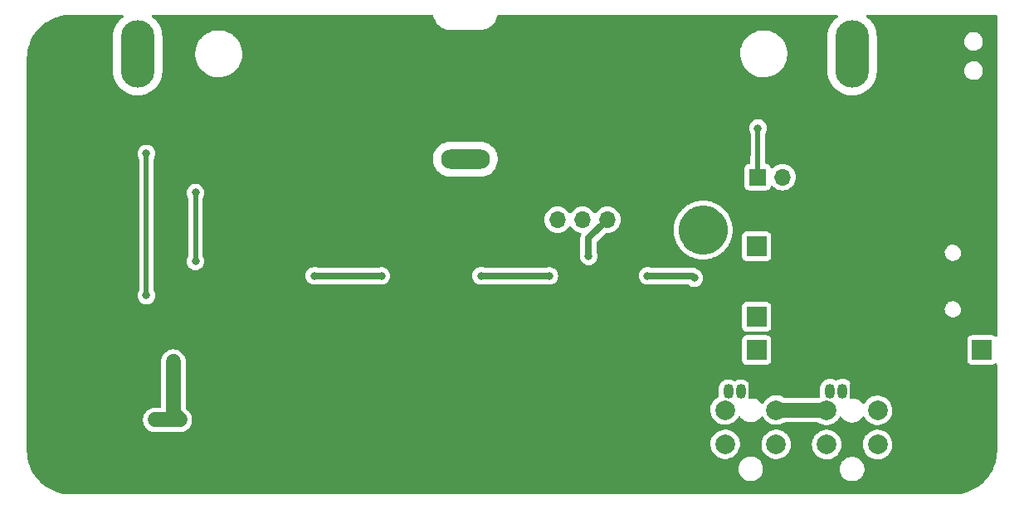
<source format=gbr>
G04 #@! TF.GenerationSoftware,KiCad,Pcbnew,6.0.7+dfsg-1~bpo11+1*
G04 #@! TF.ProjectId,wiscale,77697363-616c-4652-9e6b-696361645f70,1.0a*
G04 #@! TF.SameCoordinates,Original*
G04 #@! TF.FileFunction,Copper,L2,Bot*
G04 #@! TF.FilePolarity,Positive*
%FSLAX46Y46*%
G04 Gerber Fmt 4.6, Leading zero omitted, Abs format (unit mm)*
%MOMM*%
%LPD*%
G01*
G04 APERTURE LIST*
G04 #@! TA.AperFunction,ComponentPad*
%ADD10O,2.100000X1.000000*%
G04 #@! TD*
G04 #@! TA.AperFunction,ComponentPad*
%ADD11O,1.600000X1.000000*%
G04 #@! TD*
G04 #@! TA.AperFunction,ComponentPad*
%ADD12O,3.440000X6.880000*%
G04 #@! TD*
G04 #@! TA.AperFunction,ComponentPad*
%ADD13C,2.000000*%
G04 #@! TD*
G04 #@! TA.AperFunction,ComponentPad*
%ADD14R,2.000000X2.000000*%
G04 #@! TD*
G04 #@! TA.AperFunction,ComponentPad*
%ADD15O,5.000000X2.000000*%
G04 #@! TD*
G04 #@! TA.AperFunction,ComponentPad*
%ADD16R,1.700000X1.700000*%
G04 #@! TD*
G04 #@! TA.AperFunction,ComponentPad*
%ADD17O,1.700000X1.700000*%
G04 #@! TD*
G04 #@! TA.AperFunction,ComponentPad*
%ADD18C,0.800000*%
G04 #@! TD*
G04 #@! TA.AperFunction,ComponentPad*
%ADD19C,7.000000*%
G04 #@! TD*
G04 #@! TA.AperFunction,ComponentPad*
%ADD20R,1.050000X1.500000*%
G04 #@! TD*
G04 #@! TA.AperFunction,ComponentPad*
%ADD21O,1.050000X1.500000*%
G04 #@! TD*
G04 #@! TA.AperFunction,ViaPad*
%ADD22C,0.800000*%
G04 #@! TD*
G04 #@! TA.AperFunction,Conductor*
%ADD23C,1.500000*%
G04 #@! TD*
G04 #@! TA.AperFunction,Conductor*
%ADD24C,1.000000*%
G04 #@! TD*
G04 #@! TA.AperFunction,Conductor*
%ADD25C,0.700000*%
G04 #@! TD*
G04 #@! TA.AperFunction,Conductor*
%ADD26C,0.500000*%
G04 #@! TD*
G04 APERTURE END LIST*
D10*
X194370000Y-97520000D03*
D11*
X198550000Y-97520000D03*
D10*
X194370000Y-88880000D03*
D11*
X198550000Y-88880000D03*
D12*
X184620000Y-70000000D03*
X111720000Y-70000000D03*
D13*
X182022500Y-109900714D03*
X187222500Y-109900714D03*
X187222500Y-113300714D03*
X182022500Y-113300714D03*
X182022500Y-106400714D03*
X187222500Y-106400714D03*
D14*
X174870000Y-96850000D03*
X174870000Y-89650000D03*
X197870000Y-100250000D03*
X197870000Y-86250000D03*
X174870000Y-100250000D03*
X174870000Y-86250000D03*
D15*
X145170000Y-80750000D03*
D16*
X162192500Y-86935714D03*
D17*
X159652500Y-86935714D03*
X157112500Y-86935714D03*
X154572500Y-86935714D03*
D18*
X197545000Y-80500000D03*
D19*
X194920000Y-80500000D03*
D18*
X192295000Y-80500000D03*
X194920000Y-77875000D03*
X194920000Y-83125000D03*
X196776155Y-78643845D03*
X196776155Y-82356155D03*
X193063845Y-82356155D03*
X193063845Y-78643845D03*
X197545000Y-110500000D03*
X196776155Y-112356155D03*
X194920000Y-113125000D03*
X192295000Y-110500000D03*
X194920000Y-107875000D03*
X193063845Y-108643845D03*
D19*
X194920000Y-110500000D03*
D18*
X193063845Y-112356155D03*
X196776155Y-108643845D03*
D20*
X174546612Y-104500714D03*
D21*
X173276612Y-104500714D03*
X172006612Y-104500714D03*
D20*
X184892500Y-104440714D03*
D21*
X183622500Y-104440714D03*
X182352500Y-104440714D03*
D18*
X106776155Y-108643845D03*
X107545000Y-110500000D03*
X106776155Y-112356155D03*
D19*
X104920000Y-110500000D03*
D18*
X103063845Y-112356155D03*
X104920000Y-107875000D03*
X102295000Y-110500000D03*
X104920000Y-113125000D03*
X103063845Y-108643845D03*
D13*
X171676612Y-109875714D03*
X176876612Y-109875714D03*
X176876612Y-113275714D03*
X171676612Y-113275714D03*
X171676612Y-106375714D03*
X176876612Y-106375714D03*
D18*
X107545000Y-80500000D03*
X103063845Y-82356155D03*
X102295000Y-80500000D03*
X104920000Y-77875000D03*
X103063845Y-78643845D03*
X106776155Y-78643845D03*
D19*
X104920000Y-80500000D03*
D18*
X104920000Y-83125000D03*
X106776155Y-82356155D03*
D16*
X174982500Y-82587500D03*
D17*
X177522500Y-82587500D03*
D22*
X198085000Y-73915000D03*
X115420000Y-86200000D03*
X124762500Y-108171607D03*
X152562500Y-114171607D03*
X140420000Y-110000000D03*
X119362500Y-113471607D03*
X102420000Y-98000000D03*
X151420000Y-95500000D03*
X115420000Y-87100000D03*
X153562500Y-112771607D03*
X172984918Y-83656152D03*
X145062500Y-98971607D03*
X133462500Y-111971607D03*
X188900000Y-91000000D03*
X149462500Y-111971607D03*
X149462500Y-112771607D03*
X119562500Y-114171607D03*
X195885000Y-73915000D03*
X152562500Y-112771607D03*
X125055000Y-90527736D03*
X192500000Y-97400000D03*
X123475000Y-102927736D03*
X166462500Y-112771607D03*
X119562500Y-112771607D03*
X149462500Y-114171607D03*
X102420000Y-93000000D03*
X159025179Y-90677736D03*
X123420000Y-114000000D03*
X135562500Y-113471607D03*
X123420000Y-110000000D03*
X153362500Y-113471607D03*
X153562500Y-111971607D03*
X133462500Y-113471607D03*
X142920000Y-110000000D03*
X169252500Y-97501607D03*
X136662500Y-106271607D03*
X141920000Y-94500000D03*
X112420000Y-98000000D03*
X150462500Y-114171607D03*
X115420000Y-85300000D03*
X109920000Y-98000000D03*
X124762500Y-105771607D03*
X119562500Y-106271607D03*
X162420000Y-110000000D03*
X102420000Y-95500000D03*
X150462500Y-111971607D03*
X149662500Y-113471607D03*
X148420000Y-108000000D03*
X133462500Y-112771607D03*
X158762500Y-105771607D03*
X162862500Y-97471607D03*
X125920000Y-110000000D03*
X197400000Y-102800000D03*
X145420000Y-114000000D03*
X182500000Y-95800000D03*
X125920000Y-114000000D03*
X170282500Y-92062500D03*
X128862500Y-96571607D03*
X114735000Y-109473214D03*
X149020000Y-87700000D03*
X169182500Y-94162500D03*
X132662500Y-113471607D03*
X188500000Y-95400000D03*
X127937500Y-98996607D03*
X169182500Y-95062500D03*
X135562500Y-111971607D03*
X136562500Y-111971607D03*
X165920000Y-86500000D03*
X113770000Y-113223214D03*
X159920000Y-114000000D03*
X140420000Y-114000000D03*
X109920000Y-90500000D03*
X142920000Y-114000000D03*
X136562500Y-90671607D03*
X162420000Y-114000000D03*
X158762500Y-107371607D03*
X134420000Y-97000000D03*
X151420000Y-97000000D03*
X119662500Y-94671607D03*
X135562500Y-114171607D03*
X161862500Y-98871607D03*
X158762500Y-104971607D03*
X141762500Y-105071607D03*
X197585000Y-75615000D03*
X145420000Y-110000000D03*
X129920000Y-94500000D03*
X165420000Y-108000000D03*
X181700000Y-95000000D03*
X127937500Y-100927736D03*
X136562500Y-112771607D03*
X119562500Y-111971607D03*
X107420000Y-90500000D03*
X132462500Y-111971607D03*
X189300000Y-95400000D03*
X118562500Y-114171607D03*
X124762500Y-106571607D03*
X115770000Y-109473214D03*
X141762500Y-106681843D03*
X141962500Y-90471607D03*
X141762500Y-108271607D03*
X132462500Y-114171607D03*
X160285179Y-90677736D03*
X181700000Y-95800000D03*
X198085000Y-66515000D03*
X197400000Y-104800000D03*
X153662500Y-94671607D03*
X128865000Y-97369107D03*
X166462500Y-114171607D03*
X128420000Y-110000000D03*
X165920000Y-87313000D03*
X165782500Y-82962500D03*
X136362500Y-113471607D03*
X132462500Y-112771607D03*
X153562500Y-114171607D03*
X182500000Y-95000000D03*
X135562500Y-112771607D03*
X162862500Y-96671607D03*
X128420000Y-114000000D03*
X150462500Y-113471607D03*
X136562500Y-114171607D03*
X115770000Y-113185714D03*
X167462500Y-111971607D03*
X163920000Y-94500000D03*
X102420000Y-90500000D03*
X167762500Y-100871607D03*
X140530893Y-102927736D03*
X145093393Y-100927736D03*
X158762500Y-106571607D03*
X141762500Y-105871607D03*
X157563572Y-102923629D03*
X193185000Y-66915000D03*
X192500000Y-98200000D03*
X133462500Y-114171607D03*
X119662500Y-90671607D03*
X118562500Y-112771607D03*
X188900000Y-93200000D03*
X153662500Y-90671607D03*
X157420000Y-114000000D03*
X151420000Y-94000000D03*
X190700000Y-88800000D03*
X166662500Y-113471607D03*
X118562500Y-111971607D03*
X137420000Y-108000000D03*
X153562500Y-106171607D03*
X124762500Y-104971607D03*
X133762500Y-100971607D03*
X141762500Y-107471607D03*
X150462500Y-112771607D03*
X154420000Y-108000000D03*
X118562500Y-113471607D03*
X169252500Y-98301607D03*
X109920000Y-93000000D03*
X146920000Y-94500000D03*
X195885000Y-66515000D03*
X150918393Y-100927736D03*
X159920000Y-110000000D03*
X134420000Y-95500000D03*
X158762500Y-108171607D03*
X113770000Y-109473214D03*
X143162500Y-90471607D03*
X167462500Y-112771607D03*
X191500000Y-88800000D03*
X152562500Y-111971607D03*
X145762500Y-96671607D03*
X167462500Y-114171607D03*
X152562500Y-113471607D03*
X166462500Y-111971607D03*
X136562500Y-94671607D03*
X131420000Y-108000000D03*
X161907679Y-100927736D03*
X145762500Y-97471607D03*
X120420000Y-108000000D03*
X124762500Y-107371607D03*
X124920000Y-94500000D03*
X158920000Y-94500000D03*
X167462500Y-113471607D03*
X134420000Y-94000000D03*
X170282500Y-92762500D03*
X104920000Y-98000000D03*
X157420000Y-110000000D03*
X126315000Y-90527736D03*
X115372500Y-102935714D03*
X129762500Y-92671607D03*
X113522500Y-107385714D03*
X116022500Y-107385714D03*
X146762500Y-92671607D03*
X153732679Y-92677736D03*
X163762500Y-92671607D03*
X168520000Y-92900000D03*
X171245714Y-88462500D03*
X168504602Y-89327398D03*
X114222500Y-107385714D03*
X115372500Y-102185714D03*
X157745179Y-90677736D03*
X136605893Y-92677736D03*
X115372500Y-101435714D03*
X115322500Y-107385714D03*
X168782500Y-86962500D03*
X169720000Y-86962500D03*
X167820000Y-86962500D03*
X112622500Y-80185714D03*
X112622500Y-94685714D03*
X117622500Y-91185714D03*
X117622500Y-84185714D03*
X175022500Y-77585714D03*
D23*
X176876612Y-106375714D02*
X181997500Y-106375714D01*
X115372500Y-106735714D02*
X116022500Y-107385714D01*
D24*
X169745714Y-86962500D02*
X167820000Y-86962500D01*
D25*
X168291607Y-92671607D02*
X168520000Y-92900000D01*
X163762500Y-92671607D02*
X168291607Y-92671607D01*
X157745179Y-90677736D02*
X157745179Y-88843035D01*
X153726550Y-92671607D02*
X153732679Y-92677736D01*
D23*
X116022500Y-107385714D02*
X113522500Y-107385714D01*
D25*
X129762500Y-92671607D02*
X136599764Y-92671607D01*
D24*
X171245714Y-88462500D02*
X169745714Y-86962500D01*
D25*
X136599764Y-92671607D02*
X136605893Y-92677736D01*
D23*
X169720000Y-88112000D02*
X168504602Y-89327398D01*
X115372500Y-101435714D02*
X115372500Y-106735714D01*
D25*
X146762500Y-92671607D02*
X153726550Y-92671607D01*
X157745179Y-88843035D02*
X159652500Y-86935714D01*
D23*
X169720000Y-86962500D02*
X169720000Y-88112000D01*
X181997500Y-106375714D02*
X182022500Y-106400714D01*
D26*
X112622500Y-80185714D02*
X112622500Y-94685714D01*
X117622500Y-91185714D02*
X117622500Y-84185714D01*
X175022500Y-80585714D02*
X174982500Y-80625714D01*
X175022500Y-77585714D02*
X175022500Y-80585714D01*
X174982500Y-80625714D02*
X174982500Y-82587500D01*
G04 #@! TA.AperFunction,Conductor*
G36*
X110249666Y-66020502D02*
G01*
X110296159Y-66074158D01*
X110306263Y-66144432D01*
X110276769Y-66209012D01*
X110255606Y-66228436D01*
X110110197Y-66334082D01*
X110107311Y-66336793D01*
X110107310Y-66336793D01*
X109987086Y-66449691D01*
X109879002Y-66551188D01*
X109876478Y-66554239D01*
X109876477Y-66554240D01*
X109787170Y-66662194D01*
X109676841Y-66795558D01*
X109506902Y-67063339D01*
X109505218Y-67066918D01*
X109505214Y-67066925D01*
X109373554Y-67346718D01*
X109371865Y-67350308D01*
X109370639Y-67354080D01*
X109370639Y-67354081D01*
X109362327Y-67379662D01*
X109273860Y-67651938D01*
X109214431Y-67963473D01*
X109211768Y-68005798D01*
X109199625Y-68198802D01*
X109199624Y-68198818D01*
X109199500Y-68200797D01*
X109199500Y-71799203D01*
X109199624Y-71801182D01*
X109199625Y-71801198D01*
X109202997Y-71854784D01*
X109214431Y-72036527D01*
X109273860Y-72348062D01*
X109275087Y-72351838D01*
X109353492Y-72593144D01*
X109371865Y-72649692D01*
X109373552Y-72653278D01*
X109373554Y-72653282D01*
X109505214Y-72933075D01*
X109505218Y-72933082D01*
X109506902Y-72936661D01*
X109676841Y-73204442D01*
X109879002Y-73448812D01*
X110110197Y-73665918D01*
X110366779Y-73852336D01*
X110644702Y-74005125D01*
X110804993Y-74068589D01*
X110935900Y-74120419D01*
X110935903Y-74120420D01*
X110939583Y-74121877D01*
X110943417Y-74122861D01*
X110943425Y-74122864D01*
X111133766Y-74171735D01*
X111246772Y-74200750D01*
X111250700Y-74201246D01*
X111250704Y-74201247D01*
X111375041Y-74216954D01*
X111561424Y-74240500D01*
X111878576Y-74240500D01*
X112064959Y-74216954D01*
X112189296Y-74201247D01*
X112189300Y-74201246D01*
X112193228Y-74200750D01*
X112306234Y-74171735D01*
X112496575Y-74122864D01*
X112496583Y-74122861D01*
X112500417Y-74121877D01*
X112504097Y-74120420D01*
X112504100Y-74120419D01*
X112635007Y-74068589D01*
X112795298Y-74005125D01*
X113073221Y-73852336D01*
X113329803Y-73665918D01*
X113560998Y-73448812D01*
X113763159Y-73204442D01*
X113933098Y-72936661D01*
X113934782Y-72933082D01*
X113934786Y-72933075D01*
X114066446Y-72653282D01*
X114066448Y-72653278D01*
X114068135Y-72649692D01*
X114086509Y-72593144D01*
X114164913Y-72351838D01*
X114166140Y-72348062D01*
X114225569Y-72036527D01*
X114237003Y-71854784D01*
X114240375Y-71801198D01*
X114240376Y-71801182D01*
X114240500Y-71799203D01*
X114240500Y-69899271D01*
X117596668Y-69899271D01*
X117596755Y-69903273D01*
X117596755Y-69903280D01*
X117603261Y-70201448D01*
X117603349Y-70205465D01*
X117648883Y-70508330D01*
X117649979Y-70512190D01*
X117649980Y-70512195D01*
X117658456Y-70542049D01*
X117732531Y-70802953D01*
X117852937Y-71084560D01*
X118008149Y-71348585D01*
X118195651Y-71590747D01*
X118412404Y-71807122D01*
X118415585Y-71809576D01*
X118415586Y-71809577D01*
X118651701Y-71991739D01*
X118651705Y-71991742D01*
X118654894Y-71994202D01*
X118658373Y-71996239D01*
X118835179Y-72099763D01*
X118919189Y-72148953D01*
X118922874Y-72150521D01*
X118922878Y-72150523D01*
X119060098Y-72208910D01*
X119201006Y-72268867D01*
X119495775Y-72352001D01*
X119642942Y-72373864D01*
X119795419Y-72396516D01*
X119795421Y-72396516D01*
X119798718Y-72397006D01*
X119802049Y-72397146D01*
X119802053Y-72397146D01*
X119838737Y-72398683D01*
X119882084Y-72400500D01*
X120077474Y-72400500D01*
X120200915Y-72392626D01*
X120301639Y-72386201D01*
X120301644Y-72386200D01*
X120305647Y-72385945D01*
X120309584Y-72385183D01*
X120309586Y-72385183D01*
X120602401Y-72328530D01*
X120602405Y-72328529D01*
X120606338Y-72327768D01*
X120897200Y-72231856D01*
X121173518Y-72099763D01*
X121340818Y-71991739D01*
X121427439Y-71935809D01*
X121427440Y-71935808D01*
X121430812Y-71933631D01*
X121664910Y-71736152D01*
X121872019Y-71510529D01*
X122048780Y-71260418D01*
X122192328Y-70989874D01*
X122249996Y-70836856D01*
X122298919Y-70707044D01*
X122298921Y-70707038D01*
X122300336Y-70703283D01*
X122345646Y-70512354D01*
X122370124Y-70409207D01*
X122370125Y-70409202D01*
X122371053Y-70405291D01*
X122403332Y-70100729D01*
X122402125Y-70045384D01*
X122398937Y-69899271D01*
X173206668Y-69899271D01*
X173206755Y-69903273D01*
X173206755Y-69903280D01*
X173213261Y-70201448D01*
X173213349Y-70205465D01*
X173258883Y-70508330D01*
X173259979Y-70512190D01*
X173259980Y-70512195D01*
X173268456Y-70542049D01*
X173342531Y-70802953D01*
X173462937Y-71084560D01*
X173618149Y-71348585D01*
X173805651Y-71590747D01*
X174022404Y-71807122D01*
X174025585Y-71809576D01*
X174025586Y-71809577D01*
X174261701Y-71991739D01*
X174261705Y-71991742D01*
X174264894Y-71994202D01*
X174268373Y-71996239D01*
X174445179Y-72099763D01*
X174529189Y-72148953D01*
X174532874Y-72150521D01*
X174532878Y-72150523D01*
X174670098Y-72208910D01*
X174811006Y-72268867D01*
X175105775Y-72352001D01*
X175252942Y-72373864D01*
X175405419Y-72396516D01*
X175405421Y-72396516D01*
X175408718Y-72397006D01*
X175412049Y-72397146D01*
X175412053Y-72397146D01*
X175448737Y-72398683D01*
X175492084Y-72400500D01*
X175687474Y-72400500D01*
X175810915Y-72392626D01*
X175911639Y-72386201D01*
X175911644Y-72386200D01*
X175915647Y-72385945D01*
X175919584Y-72385183D01*
X175919586Y-72385183D01*
X176212401Y-72328530D01*
X176212405Y-72328529D01*
X176216338Y-72327768D01*
X176507200Y-72231856D01*
X176783518Y-72099763D01*
X176950818Y-71991739D01*
X177037439Y-71935809D01*
X177037440Y-71935808D01*
X177040812Y-71933631D01*
X177274910Y-71736152D01*
X177482019Y-71510529D01*
X177658780Y-71260418D01*
X177802328Y-70989874D01*
X177859996Y-70836856D01*
X177908919Y-70707044D01*
X177908921Y-70707038D01*
X177910336Y-70703283D01*
X177955646Y-70512354D01*
X177980124Y-70409207D01*
X177980125Y-70409202D01*
X177981053Y-70405291D01*
X178013332Y-70100729D01*
X178012125Y-70045384D01*
X178006739Y-69798552D01*
X178006739Y-69798547D01*
X178006651Y-69794535D01*
X177961117Y-69491670D01*
X177877469Y-69197047D01*
X177757063Y-68915440D01*
X177601851Y-68651415D01*
X177414349Y-68409253D01*
X177197596Y-68192878D01*
X177125806Y-68137492D01*
X176958299Y-68008261D01*
X176958295Y-68008258D01*
X176955106Y-68005798D01*
X176826459Y-67930472D01*
X176694275Y-67853075D01*
X176694272Y-67853073D01*
X176690811Y-67851047D01*
X176687126Y-67849479D01*
X176687122Y-67849477D01*
X176500051Y-67769878D01*
X176408994Y-67731133D01*
X176114225Y-67647999D01*
X175843478Y-67607777D01*
X175814581Y-67603484D01*
X175814579Y-67603484D01*
X175811282Y-67602994D01*
X175807951Y-67602854D01*
X175807947Y-67602854D01*
X175771263Y-67601317D01*
X175727916Y-67599500D01*
X175532526Y-67599500D01*
X175409085Y-67607374D01*
X175308361Y-67613799D01*
X175308356Y-67613800D01*
X175304353Y-67614055D01*
X175300416Y-67614817D01*
X175300414Y-67614817D01*
X175007599Y-67671470D01*
X175007595Y-67671471D01*
X175003662Y-67672232D01*
X174712800Y-67768144D01*
X174436482Y-67900237D01*
X174179188Y-68066369D01*
X173945090Y-68263848D01*
X173836657Y-68381974D01*
X173749061Y-68477401D01*
X173737981Y-68489471D01*
X173561220Y-68739582D01*
X173417672Y-69010126D01*
X173416257Y-69013882D01*
X173416256Y-69013883D01*
X173338092Y-69221286D01*
X173309664Y-69296717D01*
X173308735Y-69300632D01*
X173240054Y-69590046D01*
X173238947Y-69594709D01*
X173206668Y-69899271D01*
X122398937Y-69899271D01*
X122396739Y-69798552D01*
X122396739Y-69798547D01*
X122396651Y-69794535D01*
X122351117Y-69491670D01*
X122267469Y-69197047D01*
X122147063Y-68915440D01*
X121991851Y-68651415D01*
X121804349Y-68409253D01*
X121587596Y-68192878D01*
X121515806Y-68137492D01*
X121348299Y-68008261D01*
X121348295Y-68008258D01*
X121345106Y-68005798D01*
X121216459Y-67930472D01*
X121084275Y-67853075D01*
X121084272Y-67853073D01*
X121080811Y-67851047D01*
X121077126Y-67849479D01*
X121077122Y-67849477D01*
X120890051Y-67769878D01*
X120798994Y-67731133D01*
X120504225Y-67647999D01*
X120233478Y-67607777D01*
X120204581Y-67603484D01*
X120204579Y-67603484D01*
X120201282Y-67602994D01*
X120197951Y-67602854D01*
X120197947Y-67602854D01*
X120161263Y-67601317D01*
X120117916Y-67599500D01*
X119922526Y-67599500D01*
X119799085Y-67607374D01*
X119698361Y-67613799D01*
X119698356Y-67613800D01*
X119694353Y-67614055D01*
X119690416Y-67614817D01*
X119690414Y-67614817D01*
X119397599Y-67671470D01*
X119397595Y-67671471D01*
X119393662Y-67672232D01*
X119102800Y-67768144D01*
X118826482Y-67900237D01*
X118569188Y-68066369D01*
X118335090Y-68263848D01*
X118226657Y-68381974D01*
X118139061Y-68477401D01*
X118127981Y-68489471D01*
X117951220Y-68739582D01*
X117807672Y-69010126D01*
X117806257Y-69013882D01*
X117806256Y-69013883D01*
X117728092Y-69221286D01*
X117699664Y-69296717D01*
X117698735Y-69300632D01*
X117630054Y-69590046D01*
X117628947Y-69594709D01*
X117596668Y-69899271D01*
X114240500Y-69899271D01*
X114240500Y-68200797D01*
X114240376Y-68198818D01*
X114240375Y-68198802D01*
X114228232Y-68005798D01*
X114225569Y-67963473D01*
X114166140Y-67651938D01*
X114077673Y-67379662D01*
X114069361Y-67354081D01*
X114069361Y-67354080D01*
X114068135Y-67350308D01*
X114066446Y-67346718D01*
X113934786Y-67066925D01*
X113934782Y-67066918D01*
X113933098Y-67063339D01*
X113763159Y-66795558D01*
X113652830Y-66662194D01*
X113563523Y-66554240D01*
X113563522Y-66554239D01*
X113560998Y-66551188D01*
X113452915Y-66449691D01*
X113332690Y-66336793D01*
X113332689Y-66336793D01*
X113329803Y-66334082D01*
X113184394Y-66228436D01*
X113141040Y-66172214D01*
X113134965Y-66101478D01*
X113168096Y-66038686D01*
X113229917Y-66003774D01*
X113258455Y-66000500D01*
X141776896Y-66000500D01*
X141845017Y-66020502D01*
X141891510Y-66074158D01*
X141901745Y-66109510D01*
X141903907Y-66125395D01*
X141978792Y-66382317D01*
X142090831Y-66625348D01*
X142123072Y-66674524D01*
X142234996Y-66845236D01*
X142235000Y-66845241D01*
X142237562Y-66849149D01*
X142415760Y-67048803D01*
X142621512Y-67219925D01*
X142625505Y-67222348D01*
X142846306Y-67356334D01*
X142846310Y-67356336D01*
X142850298Y-67358756D01*
X142854606Y-67360563D01*
X142854607Y-67360563D01*
X143092776Y-67460436D01*
X143092781Y-67460438D01*
X143097091Y-67462245D01*
X143101623Y-67463396D01*
X143101626Y-67463397D01*
X143351933Y-67526967D01*
X143351936Y-67526968D01*
X143356470Y-67528119D01*
X143361126Y-67528588D01*
X143361127Y-67528588D01*
X143575602Y-67550184D01*
X143575603Y-67550184D01*
X143578741Y-67550500D01*
X146737944Y-67550500D01*
X146740267Y-67550327D01*
X146740277Y-67550327D01*
X146932212Y-67536064D01*
X146932216Y-67536063D01*
X146936877Y-67535717D01*
X146941441Y-67534684D01*
X146941443Y-67534684D01*
X147143604Y-67488939D01*
X147197891Y-67476655D01*
X147231984Y-67463397D01*
X147442956Y-67381355D01*
X147442958Y-67381354D01*
X147447309Y-67379662D01*
X147488125Y-67356334D01*
X147561046Y-67314656D01*
X147679650Y-67246868D01*
X147889811Y-67081190D01*
X148073175Y-66886269D01*
X148225714Y-66666385D01*
X148256815Y-66603319D01*
X148342011Y-66430559D01*
X148342012Y-66430556D01*
X148344076Y-66426371D01*
X148425662Y-66171497D01*
X148436288Y-66106247D01*
X148466980Y-66042228D01*
X148527410Y-66004963D01*
X148560650Y-66000500D01*
X183081545Y-66000500D01*
X183149666Y-66020502D01*
X183196159Y-66074158D01*
X183206263Y-66144432D01*
X183176769Y-66209012D01*
X183155606Y-66228436D01*
X183010197Y-66334082D01*
X183007311Y-66336793D01*
X183007310Y-66336793D01*
X182887086Y-66449691D01*
X182779002Y-66551188D01*
X182776478Y-66554239D01*
X182776477Y-66554240D01*
X182687170Y-66662194D01*
X182576841Y-66795558D01*
X182406902Y-67063339D01*
X182405218Y-67066918D01*
X182405214Y-67066925D01*
X182273554Y-67346718D01*
X182271865Y-67350308D01*
X182270639Y-67354080D01*
X182270639Y-67354081D01*
X182262327Y-67379662D01*
X182173860Y-67651938D01*
X182114431Y-67963473D01*
X182111768Y-68005798D01*
X182099625Y-68198802D01*
X182099624Y-68198818D01*
X182099500Y-68200797D01*
X182099500Y-71799203D01*
X182099624Y-71801182D01*
X182099625Y-71801198D01*
X182102997Y-71854784D01*
X182114431Y-72036527D01*
X182173860Y-72348062D01*
X182175087Y-72351838D01*
X182253492Y-72593144D01*
X182271865Y-72649692D01*
X182273552Y-72653278D01*
X182273554Y-72653282D01*
X182405214Y-72933075D01*
X182405218Y-72933082D01*
X182406902Y-72936661D01*
X182576841Y-73204442D01*
X182779002Y-73448812D01*
X183010197Y-73665918D01*
X183266779Y-73852336D01*
X183544702Y-74005125D01*
X183704993Y-74068589D01*
X183835900Y-74120419D01*
X183835903Y-74120420D01*
X183839583Y-74121877D01*
X183843417Y-74122861D01*
X183843425Y-74122864D01*
X184033766Y-74171735D01*
X184146772Y-74200750D01*
X184150700Y-74201246D01*
X184150704Y-74201247D01*
X184275041Y-74216954D01*
X184461424Y-74240500D01*
X184778576Y-74240500D01*
X184964959Y-74216954D01*
X185089296Y-74201247D01*
X185089300Y-74201246D01*
X185093228Y-74200750D01*
X185206234Y-74171735D01*
X185396575Y-74122864D01*
X185396583Y-74122861D01*
X185400417Y-74121877D01*
X185404097Y-74120420D01*
X185404100Y-74120419D01*
X185535007Y-74068589D01*
X185695298Y-74005125D01*
X185973221Y-73852336D01*
X186229803Y-73665918D01*
X186460998Y-73448812D01*
X186663159Y-73204442D01*
X186833098Y-72936661D01*
X186834782Y-72933082D01*
X186834786Y-72933075D01*
X186966446Y-72653282D01*
X186966448Y-72653278D01*
X186968135Y-72649692D01*
X186986509Y-72593144D01*
X187064913Y-72351838D01*
X187066140Y-72348062D01*
X187125569Y-72036527D01*
X187137003Y-71854784D01*
X187140375Y-71801198D01*
X187140376Y-71801182D01*
X187140500Y-71799203D01*
X187140500Y-71761671D01*
X196060739Y-71761671D01*
X196089614Y-71952599D01*
X196091820Y-71958594D01*
X196091820Y-71958595D01*
X196154086Y-72127832D01*
X196154088Y-72127836D01*
X196156290Y-72133821D01*
X196258045Y-72297934D01*
X196390721Y-72438235D01*
X196395951Y-72441897D01*
X196395952Y-72441898D01*
X196478257Y-72499528D01*
X196548898Y-72548991D01*
X196726115Y-72625680D01*
X196732363Y-72626985D01*
X196732362Y-72626985D01*
X196910388Y-72664177D01*
X196910392Y-72664177D01*
X196915133Y-72665168D01*
X196921468Y-72665500D01*
X197063259Y-72665500D01*
X197183542Y-72653282D01*
X197200761Y-72651533D01*
X197200762Y-72651533D01*
X197207110Y-72650888D01*
X197391373Y-72593144D01*
X197560261Y-72499528D01*
X197706875Y-72373864D01*
X197710787Y-72368821D01*
X197821311Y-72226335D01*
X197821313Y-72226332D01*
X197825227Y-72221286D01*
X197910481Y-72048026D01*
X197912088Y-72041856D01*
X197912090Y-72041851D01*
X197957545Y-71867345D01*
X197957545Y-71867342D01*
X197959155Y-71861163D01*
X197969261Y-71668329D01*
X197940386Y-71477401D01*
X197894159Y-71351758D01*
X197875914Y-71302168D01*
X197875912Y-71302164D01*
X197873710Y-71296179D01*
X197771955Y-71132066D01*
X197639279Y-70991765D01*
X197557672Y-70934623D01*
X197486335Y-70884673D01*
X197486334Y-70884672D01*
X197481102Y-70881009D01*
X197303885Y-70804320D01*
X197262853Y-70795748D01*
X197119612Y-70765823D01*
X197119608Y-70765823D01*
X197114867Y-70764832D01*
X197108532Y-70764500D01*
X196966741Y-70764500D01*
X196896351Y-70771650D01*
X196829239Y-70778467D01*
X196829238Y-70778467D01*
X196822890Y-70779112D01*
X196638627Y-70836856D01*
X196469739Y-70930472D01*
X196323125Y-71056136D01*
X196319214Y-71061178D01*
X196319213Y-71061179D01*
X196260019Y-71137492D01*
X196204773Y-71208714D01*
X196119519Y-71381974D01*
X196117912Y-71388144D01*
X196117910Y-71388149D01*
X196072455Y-71562655D01*
X196070845Y-71568837D01*
X196060739Y-71761671D01*
X187140500Y-71761671D01*
X187140500Y-68761671D01*
X196060739Y-68761671D01*
X196089614Y-68952599D01*
X196091820Y-68958594D01*
X196091820Y-68958595D01*
X196154086Y-69127832D01*
X196154088Y-69127836D01*
X196156290Y-69133821D01*
X196258045Y-69297934D01*
X196390721Y-69438235D01*
X196395951Y-69441897D01*
X196395952Y-69441898D01*
X196472700Y-69495637D01*
X196548898Y-69548991D01*
X196726115Y-69625680D01*
X196732363Y-69626985D01*
X196732362Y-69626985D01*
X196910388Y-69664177D01*
X196910392Y-69664177D01*
X196915133Y-69665168D01*
X196921468Y-69665500D01*
X197063259Y-69665500D01*
X197133649Y-69658350D01*
X197200761Y-69651533D01*
X197200762Y-69651533D01*
X197207110Y-69650888D01*
X197391373Y-69593144D01*
X197560261Y-69499528D01*
X197706875Y-69373864D01*
X197740746Y-69330198D01*
X197821311Y-69226335D01*
X197821313Y-69226332D01*
X197825227Y-69221286D01*
X197910481Y-69048026D01*
X197912088Y-69041856D01*
X197912090Y-69041851D01*
X197957545Y-68867345D01*
X197957545Y-68867342D01*
X197959155Y-68861163D01*
X197965527Y-68739582D01*
X197968927Y-68674710D01*
X197968927Y-68674706D01*
X197969261Y-68668329D01*
X197940386Y-68477401D01*
X197903170Y-68376250D01*
X197875914Y-68302168D01*
X197875912Y-68302164D01*
X197873710Y-68296179D01*
X197771955Y-68132066D01*
X197694002Y-68049633D01*
X197643666Y-67996404D01*
X197643665Y-67996403D01*
X197639279Y-67991765D01*
X197604534Y-67967436D01*
X197486335Y-67884673D01*
X197486334Y-67884672D01*
X197481102Y-67881009D01*
X197303885Y-67804320D01*
X197262853Y-67795748D01*
X197119612Y-67765823D01*
X197119608Y-67765823D01*
X197114867Y-67764832D01*
X197108532Y-67764500D01*
X196966741Y-67764500D01*
X196943252Y-67766886D01*
X196829239Y-67778467D01*
X196829238Y-67778467D01*
X196822890Y-67779112D01*
X196638627Y-67836856D01*
X196469739Y-67930472D01*
X196323125Y-68056136D01*
X196319214Y-68061178D01*
X196319213Y-68061179D01*
X196212462Y-68198802D01*
X196204773Y-68208714D01*
X196119519Y-68381974D01*
X196117912Y-68388144D01*
X196117910Y-68388149D01*
X196091518Y-68489471D01*
X196070845Y-68568837D01*
X196069294Y-68598429D01*
X196061897Y-68739582D01*
X196060739Y-68761671D01*
X187140500Y-68761671D01*
X187140500Y-68200797D01*
X187140376Y-68198818D01*
X187140375Y-68198802D01*
X187128232Y-68005798D01*
X187125569Y-67963473D01*
X187066140Y-67651938D01*
X186977673Y-67379662D01*
X186969361Y-67354081D01*
X186969361Y-67354080D01*
X186968135Y-67350308D01*
X186966446Y-67346718D01*
X186834786Y-67066925D01*
X186834782Y-67066918D01*
X186833098Y-67063339D01*
X186663159Y-66795558D01*
X186552830Y-66662194D01*
X186463523Y-66554240D01*
X186463522Y-66554239D01*
X186460998Y-66551188D01*
X186352915Y-66449691D01*
X186232690Y-66336793D01*
X186232689Y-66336793D01*
X186229803Y-66334082D01*
X186084394Y-66228436D01*
X186041040Y-66172214D01*
X186034965Y-66101478D01*
X186068096Y-66038686D01*
X186129917Y-66003774D01*
X186158455Y-66000500D01*
X199293500Y-66000500D01*
X199361621Y-66020502D01*
X199408114Y-66074158D01*
X199419500Y-66126500D01*
X199419500Y-98784425D01*
X199399498Y-98852546D01*
X199345842Y-98899039D01*
X199275568Y-98909143D01*
X199217935Y-98885251D01*
X199120005Y-98811856D01*
X199112824Y-98806474D01*
X199023439Y-98772966D01*
X198985975Y-98758921D01*
X198985973Y-98758921D01*
X198978580Y-98756149D01*
X198970730Y-98755296D01*
X198970729Y-98755296D01*
X198920774Y-98749869D01*
X198920773Y-98749869D01*
X198917377Y-98749500D01*
X197870154Y-98749500D01*
X196822624Y-98749501D01*
X196819230Y-98749870D01*
X196819224Y-98749870D01*
X196769278Y-98755295D01*
X196769274Y-98755296D01*
X196761420Y-98756149D01*
X196627176Y-98806474D01*
X196619997Y-98811854D01*
X196619994Y-98811856D01*
X196522065Y-98885251D01*
X196512454Y-98892454D01*
X196507072Y-98899635D01*
X196431856Y-98999994D01*
X196431854Y-98999997D01*
X196426474Y-99007176D01*
X196376149Y-99141420D01*
X196369500Y-99202623D01*
X196369501Y-101297376D01*
X196369870Y-101300770D01*
X196369870Y-101300776D01*
X196375205Y-101349887D01*
X196376149Y-101358580D01*
X196426474Y-101492824D01*
X196431854Y-101500003D01*
X196431856Y-101500006D01*
X196499230Y-101589901D01*
X196512454Y-101607546D01*
X196519635Y-101612928D01*
X196619994Y-101688144D01*
X196619997Y-101688146D01*
X196627176Y-101693526D01*
X196685993Y-101715575D01*
X196754025Y-101741079D01*
X196754027Y-101741079D01*
X196761420Y-101743851D01*
X196769270Y-101744704D01*
X196769271Y-101744704D01*
X196819217Y-101750130D01*
X196822623Y-101750500D01*
X197869846Y-101750500D01*
X198917376Y-101750499D01*
X198920770Y-101750130D01*
X198920776Y-101750130D01*
X198970722Y-101744705D01*
X198970726Y-101744704D01*
X198978580Y-101743851D01*
X199112824Y-101693526D01*
X199217935Y-101614749D01*
X199284441Y-101589901D01*
X199353823Y-101604954D01*
X199404054Y-101655128D01*
X199419500Y-101715575D01*
X199419500Y-110451259D01*
X199418000Y-110470643D01*
X199414391Y-110493823D01*
X199415555Y-110502726D01*
X199415555Y-110502728D01*
X199417001Y-110513791D01*
X199417944Y-110535620D01*
X199402618Y-110886661D01*
X199401660Y-110897610D01*
X199353899Y-111260395D01*
X199351860Y-111275879D01*
X199349952Y-111286696D01*
X199279045Y-111606540D01*
X199267374Y-111659184D01*
X199264529Y-111669801D01*
X199168225Y-111975243D01*
X199149803Y-112033669D01*
X199146047Y-112043991D01*
X199012301Y-112366883D01*
X199000035Y-112396495D01*
X198995398Y-112406439D01*
X198819217Y-112744878D01*
X198813727Y-112754387D01*
X198608734Y-113076162D01*
X198602430Y-113085166D01*
X198498106Y-113221124D01*
X198395811Y-113354438D01*
X198370162Y-113387864D01*
X198363098Y-113396281D01*
X198129496Y-113651214D01*
X198105344Y-113677571D01*
X198097571Y-113685344D01*
X197816284Y-113943096D01*
X197807864Y-113950162D01*
X197505166Y-114182430D01*
X197496162Y-114188734D01*
X197174387Y-114393727D01*
X197164878Y-114399217D01*
X196826439Y-114575398D01*
X196816504Y-114580031D01*
X196463991Y-114726047D01*
X196453677Y-114729800D01*
X196090278Y-114844379D01*
X196089802Y-114844529D01*
X196079185Y-114847374D01*
X195706696Y-114929952D01*
X195695887Y-114931859D01*
X195317611Y-114981660D01*
X195306662Y-114982618D01*
X194962957Y-114997624D01*
X194938080Y-114996244D01*
X194936430Y-114995987D01*
X194935049Y-114995772D01*
X194935048Y-114995772D01*
X194926177Y-114994391D01*
X194917275Y-114995555D01*
X194917272Y-114995555D01*
X194895244Y-114998436D01*
X194878907Y-114999500D01*
X104968741Y-114999500D01*
X104949357Y-114998000D01*
X104935048Y-114995772D01*
X104935047Y-114995772D01*
X104926177Y-114994391D01*
X104917274Y-114995555D01*
X104917272Y-114995555D01*
X104906209Y-114997001D01*
X104884380Y-114997944D01*
X104562245Y-114983880D01*
X104533338Y-114982618D01*
X104522389Y-114981660D01*
X104144113Y-114931859D01*
X104133304Y-114929952D01*
X103760815Y-114847374D01*
X103750198Y-114844529D01*
X103749722Y-114844379D01*
X103386323Y-114729800D01*
X103376009Y-114726047D01*
X103023496Y-114580031D01*
X103013561Y-114575398D01*
X102675122Y-114399217D01*
X102665613Y-114393727D01*
X102343838Y-114188734D01*
X102334834Y-114182430D01*
X102032136Y-113950162D01*
X102023716Y-113943096D01*
X101742429Y-113685344D01*
X101734656Y-113677571D01*
X101710505Y-113651214D01*
X101476902Y-113396281D01*
X101469838Y-113387864D01*
X101444190Y-113354438D01*
X101341894Y-113221124D01*
X101237570Y-113085166D01*
X101231266Y-113076162D01*
X101026273Y-112754387D01*
X101020783Y-112744878D01*
X100849138Y-112415152D01*
X173021678Y-112415152D01*
X173048495Y-112636758D01*
X173114131Y-112850114D01*
X173216513Y-113048473D01*
X173219922Y-113052915D01*
X173219924Y-113052919D01*
X173348992Y-113221124D01*
X173352402Y-113225568D01*
X173517505Y-113375800D01*
X173706602Y-113494421D01*
X173773999Y-113521514D01*
X173907319Y-113575108D01*
X173913717Y-113577680D01*
X173919205Y-113578817D01*
X173919210Y-113578818D01*
X174069508Y-113609943D01*
X174132302Y-113622947D01*
X174136915Y-113623213D01*
X174187138Y-113626109D01*
X174187142Y-113626109D01*
X174188961Y-113626214D01*
X174333242Y-113626214D01*
X174336029Y-113625965D01*
X174336035Y-113625965D01*
X174405609Y-113619755D01*
X174498951Y-113611425D01*
X174504365Y-113609944D01*
X174504370Y-113609943D01*
X174631716Y-113575104D01*
X174714263Y-113552522D01*
X174719321Y-113550110D01*
X174719325Y-113550108D01*
X174836074Y-113494421D01*
X174915741Y-113456422D01*
X175097017Y-113326162D01*
X175170273Y-113250568D01*
X175248458Y-113169888D01*
X175248460Y-113169885D01*
X175252361Y-113165860D01*
X175376862Y-112980582D01*
X175466586Y-112776185D01*
X175467894Y-112770737D01*
X175467896Y-112770731D01*
X175517387Y-112564586D01*
X175517387Y-112564585D01*
X175518697Y-112559129D01*
X175525557Y-112440152D01*
X183367566Y-112440152D01*
X183394383Y-112661758D01*
X183460019Y-112875114D01*
X183462595Y-112880104D01*
X183462595Y-112880105D01*
X183524702Y-113000434D01*
X183562401Y-113073473D01*
X183565810Y-113077915D01*
X183565812Y-113077919D01*
X183652475Y-113190860D01*
X183698290Y-113250568D01*
X183863393Y-113400800D01*
X184052490Y-113519421D01*
X184259605Y-113602680D01*
X184265093Y-113603817D01*
X184265098Y-113603818D01*
X184415396Y-113634943D01*
X184478190Y-113647947D01*
X184482803Y-113648213D01*
X184533026Y-113651109D01*
X184533030Y-113651109D01*
X184534849Y-113651214D01*
X184679130Y-113651214D01*
X184681917Y-113650965D01*
X184681923Y-113650965D01*
X184751497Y-113644755D01*
X184844839Y-113636425D01*
X184850253Y-113634944D01*
X184850258Y-113634943D01*
X184977604Y-113600104D01*
X185060151Y-113577522D01*
X185065209Y-113575110D01*
X185065213Y-113575108D01*
X185181962Y-113519421D01*
X185261629Y-113481422D01*
X185442905Y-113351162D01*
X185560962Y-113229337D01*
X185594346Y-113194888D01*
X185594348Y-113194885D01*
X185598249Y-113190860D01*
X185722750Y-113005582D01*
X185812474Y-112801185D01*
X185813782Y-112795737D01*
X185813784Y-112795731D01*
X185863275Y-112589586D01*
X185863275Y-112589585D01*
X185864585Y-112584129D01*
X185875111Y-112401571D01*
X185877111Y-112366883D01*
X185877111Y-112366880D01*
X185877434Y-112361276D01*
X185850617Y-112139670D01*
X185784981Y-111926314D01*
X185682599Y-111727955D01*
X185679190Y-111723513D01*
X185679188Y-111723509D01*
X185550120Y-111555304D01*
X185546710Y-111550860D01*
X185381607Y-111400628D01*
X185192510Y-111282007D01*
X185035509Y-111218893D01*
X184990597Y-111200839D01*
X184990595Y-111200838D01*
X184985395Y-111198748D01*
X184979907Y-111197611D01*
X184979902Y-111197610D01*
X184815345Y-111163532D01*
X184766810Y-111153481D01*
X184762197Y-111153215D01*
X184711974Y-111150319D01*
X184711970Y-111150319D01*
X184710151Y-111150214D01*
X184565870Y-111150214D01*
X184563083Y-111150463D01*
X184563077Y-111150463D01*
X184493503Y-111156673D01*
X184400161Y-111165003D01*
X184394747Y-111166484D01*
X184394742Y-111166485D01*
X184285832Y-111196280D01*
X184184849Y-111223906D01*
X184179791Y-111226318D01*
X184179787Y-111226320D01*
X184115451Y-111257007D01*
X183983371Y-111320006D01*
X183802095Y-111450266D01*
X183798188Y-111454298D01*
X183666468Y-111590222D01*
X183646751Y-111610568D01*
X183522250Y-111795846D01*
X183432526Y-112000243D01*
X183431218Y-112005691D01*
X183431216Y-112005697D01*
X183387727Y-112186842D01*
X183380415Y-112217299D01*
X183380092Y-112222904D01*
X183369331Y-112409545D01*
X183367566Y-112440152D01*
X175525557Y-112440152D01*
X175528074Y-112396495D01*
X175531223Y-112341883D01*
X175531223Y-112341880D01*
X175531546Y-112336276D01*
X175504729Y-112114670D01*
X175439093Y-111901314D01*
X175382251Y-111791185D01*
X175339284Y-111707940D01*
X175336711Y-111702955D01*
X175333302Y-111698513D01*
X175333300Y-111698509D01*
X175204232Y-111530304D01*
X175200822Y-111525860D01*
X175035719Y-111375628D01*
X174846622Y-111257007D01*
X174639507Y-111173748D01*
X174634019Y-111172611D01*
X174634014Y-111172610D01*
X174447886Y-111134065D01*
X174420922Y-111128481D01*
X174416309Y-111128215D01*
X174366086Y-111125319D01*
X174366082Y-111125319D01*
X174364263Y-111125214D01*
X174219982Y-111125214D01*
X174217195Y-111125463D01*
X174217189Y-111125463D01*
X174147615Y-111131673D01*
X174054273Y-111140003D01*
X174048859Y-111141484D01*
X174048854Y-111141485D01*
X173939944Y-111171280D01*
X173838961Y-111198906D01*
X173833903Y-111201318D01*
X173833899Y-111201320D01*
X173766324Y-111233552D01*
X173637483Y-111295006D01*
X173456207Y-111425266D01*
X173452300Y-111429298D01*
X173334498Y-111550860D01*
X173300863Y-111585568D01*
X173176362Y-111770846D01*
X173086638Y-111975243D01*
X173085330Y-111980691D01*
X173085328Y-111980697D01*
X173047162Y-112139670D01*
X173034527Y-112192299D01*
X173029671Y-112276517D01*
X173022754Y-112396495D01*
X173021678Y-112415152D01*
X100849138Y-112415152D01*
X100844602Y-112406439D01*
X100839965Y-112396495D01*
X100827700Y-112366883D01*
X100693953Y-112043991D01*
X100690197Y-112033669D01*
X100671776Y-111975243D01*
X100575471Y-111669801D01*
X100572626Y-111659184D01*
X100560955Y-111606540D01*
X100490048Y-111286696D01*
X100488140Y-111275879D01*
X100486102Y-111260395D01*
X100438340Y-110897610D01*
X100437382Y-110886661D01*
X100422538Y-110546671D01*
X100424164Y-110520272D01*
X100424689Y-110517153D01*
X100424689Y-110517149D01*
X100425496Y-110512354D01*
X100425647Y-110500000D01*
X100421773Y-110472949D01*
X100420500Y-110455087D01*
X100420500Y-109838928D01*
X170171418Y-109838928D01*
X170171715Y-109844080D01*
X170171715Y-109844084D01*
X170177587Y-109945911D01*
X170185622Y-110085259D01*
X170186759Y-110090305D01*
X170186760Y-110090311D01*
X170208948Y-110188765D01*
X170239867Y-110325963D01*
X170332696Y-110554575D01*
X170461618Y-110764955D01*
X170623169Y-110951455D01*
X170627144Y-110954755D01*
X170627147Y-110954758D01*
X170657260Y-110979758D01*
X170813011Y-111109065D01*
X171026045Y-111233552D01*
X171030865Y-111235392D01*
X171030870Y-111235395D01*
X171145159Y-111279037D01*
X171256551Y-111321573D01*
X171261619Y-111322604D01*
X171261622Y-111322605D01*
X171370359Y-111344728D01*
X171498338Y-111370766D01*
X171503511Y-111370956D01*
X171503514Y-111370956D01*
X171739748Y-111379618D01*
X171739752Y-111379618D01*
X171744912Y-111379807D01*
X171750032Y-111379151D01*
X171750034Y-111379151D01*
X171826315Y-111369379D01*
X171989653Y-111348455D01*
X171994602Y-111346970D01*
X171994608Y-111346969D01*
X172221036Y-111279037D01*
X172221035Y-111279037D01*
X172225986Y-111277552D01*
X172382577Y-111200839D01*
X172442915Y-111171280D01*
X172442920Y-111171277D01*
X172447566Y-111169001D01*
X172451776Y-111165998D01*
X172451781Y-111165995D01*
X172644229Y-111028723D01*
X172644234Y-111028719D01*
X172648441Y-111025718D01*
X172823217Y-110851551D01*
X172967200Y-110651177D01*
X173076523Y-110429978D01*
X173139151Y-110223846D01*
X173146747Y-110198846D01*
X173146748Y-110198840D01*
X173148251Y-110193894D01*
X173163234Y-110080090D01*
X173180020Y-109952586D01*
X173180021Y-109952580D01*
X173180457Y-109949264D01*
X173182255Y-109875714D01*
X173179231Y-109838928D01*
X175371418Y-109838928D01*
X175371715Y-109844080D01*
X175371715Y-109844084D01*
X175377587Y-109945911D01*
X175385622Y-110085259D01*
X175386759Y-110090305D01*
X175386760Y-110090311D01*
X175408948Y-110188765D01*
X175439867Y-110325963D01*
X175532696Y-110554575D01*
X175661618Y-110764955D01*
X175823169Y-110951455D01*
X175827144Y-110954755D01*
X175827147Y-110954758D01*
X175857260Y-110979758D01*
X176013011Y-111109065D01*
X176226045Y-111233552D01*
X176230865Y-111235392D01*
X176230870Y-111235395D01*
X176345159Y-111279037D01*
X176456551Y-111321573D01*
X176461619Y-111322604D01*
X176461622Y-111322605D01*
X176570359Y-111344728D01*
X176698338Y-111370766D01*
X176703511Y-111370956D01*
X176703514Y-111370956D01*
X176939748Y-111379618D01*
X176939752Y-111379618D01*
X176944912Y-111379807D01*
X176950032Y-111379151D01*
X176950034Y-111379151D01*
X177026315Y-111369379D01*
X177189653Y-111348455D01*
X177194602Y-111346970D01*
X177194608Y-111346969D01*
X177421036Y-111279037D01*
X177421035Y-111279037D01*
X177425986Y-111277552D01*
X177582577Y-111200839D01*
X177642915Y-111171280D01*
X177642920Y-111171277D01*
X177647566Y-111169001D01*
X177651776Y-111165998D01*
X177651781Y-111165995D01*
X177844229Y-111028723D01*
X177844234Y-111028719D01*
X177848441Y-111025718D01*
X178023217Y-110851551D01*
X178167200Y-110651177D01*
X178276523Y-110429978D01*
X178339151Y-110223846D01*
X178346747Y-110198846D01*
X178346748Y-110198840D01*
X178348251Y-110193894D01*
X178363234Y-110080090D01*
X178380020Y-109952586D01*
X178380021Y-109952580D01*
X178380457Y-109949264D01*
X178382255Y-109875714D01*
X178381286Y-109863928D01*
X180517306Y-109863928D01*
X180517603Y-109869080D01*
X180517603Y-109869084D01*
X180522418Y-109952586D01*
X180531510Y-110110259D01*
X180532647Y-110115305D01*
X180532648Y-110115311D01*
X180549202Y-110188765D01*
X180585755Y-110350963D01*
X180678584Y-110579575D01*
X180807506Y-110789955D01*
X180969057Y-110976455D01*
X180973032Y-110979755D01*
X180973035Y-110979758D01*
X181032014Y-111028723D01*
X181158899Y-111134065D01*
X181371933Y-111258552D01*
X181376753Y-111260392D01*
X181376758Y-111260395D01*
X181491047Y-111304037D01*
X181602439Y-111346573D01*
X181607507Y-111347604D01*
X181607510Y-111347605D01*
X181716272Y-111369733D01*
X181844226Y-111395766D01*
X181849399Y-111395956D01*
X181849402Y-111395956D01*
X182085636Y-111404618D01*
X182085640Y-111404618D01*
X182090800Y-111404807D01*
X182095920Y-111404151D01*
X182095922Y-111404151D01*
X182172203Y-111394379D01*
X182335541Y-111373455D01*
X182340490Y-111371970D01*
X182340496Y-111371969D01*
X182566924Y-111304037D01*
X182566923Y-111304037D01*
X182571874Y-111302552D01*
X182675766Y-111251656D01*
X182788803Y-111196280D01*
X182788808Y-111196277D01*
X182793454Y-111194001D01*
X182797664Y-111190998D01*
X182797669Y-111190995D01*
X182990117Y-111053723D01*
X182990122Y-111053719D01*
X182994329Y-111050718D01*
X183169105Y-110876551D01*
X183313088Y-110676177D01*
X183327737Y-110646538D01*
X183394054Y-110512354D01*
X183422411Y-110454978D01*
X183463141Y-110320921D01*
X183492635Y-110223846D01*
X183492636Y-110223840D01*
X183494139Y-110218894D01*
X183526345Y-109974264D01*
X183528143Y-109900714D01*
X183525118Y-109863928D01*
X185717306Y-109863928D01*
X185717603Y-109869080D01*
X185717603Y-109869084D01*
X185722418Y-109952586D01*
X185731510Y-110110259D01*
X185732647Y-110115305D01*
X185732648Y-110115311D01*
X185749202Y-110188765D01*
X185785755Y-110350963D01*
X185878584Y-110579575D01*
X186007506Y-110789955D01*
X186169057Y-110976455D01*
X186173032Y-110979755D01*
X186173035Y-110979758D01*
X186232014Y-111028723D01*
X186358899Y-111134065D01*
X186571933Y-111258552D01*
X186576753Y-111260392D01*
X186576758Y-111260395D01*
X186691047Y-111304037D01*
X186802439Y-111346573D01*
X186807507Y-111347604D01*
X186807510Y-111347605D01*
X186916272Y-111369733D01*
X187044226Y-111395766D01*
X187049399Y-111395956D01*
X187049402Y-111395956D01*
X187285636Y-111404618D01*
X187285640Y-111404618D01*
X187290800Y-111404807D01*
X187295920Y-111404151D01*
X187295922Y-111404151D01*
X187372203Y-111394379D01*
X187535541Y-111373455D01*
X187540490Y-111371970D01*
X187540496Y-111371969D01*
X187766924Y-111304037D01*
X187766923Y-111304037D01*
X187771874Y-111302552D01*
X187875766Y-111251656D01*
X187988803Y-111196280D01*
X187988808Y-111196277D01*
X187993454Y-111194001D01*
X187997664Y-111190998D01*
X187997669Y-111190995D01*
X188190117Y-111053723D01*
X188190122Y-111053719D01*
X188194329Y-111050718D01*
X188369105Y-110876551D01*
X188513088Y-110676177D01*
X188527737Y-110646538D01*
X188594054Y-110512354D01*
X188622411Y-110454978D01*
X188663141Y-110320921D01*
X188692635Y-110223846D01*
X188692636Y-110223840D01*
X188694139Y-110218894D01*
X188726345Y-109974264D01*
X188728143Y-109900714D01*
X188720160Y-109803620D01*
X188708349Y-109659954D01*
X188708348Y-109659948D01*
X188707925Y-109654803D01*
X188647816Y-109415497D01*
X188549428Y-109189221D01*
X188415405Y-108982053D01*
X188389135Y-108953182D01*
X188362743Y-108924178D01*
X188249346Y-108799556D01*
X188245295Y-108796357D01*
X188245291Y-108796353D01*
X188059764Y-108649833D01*
X188059759Y-108649830D01*
X188055710Y-108646632D01*
X188051194Y-108644139D01*
X188051191Y-108644137D01*
X187844222Y-108529884D01*
X187844218Y-108529882D01*
X187839698Y-108527387D01*
X187834829Y-108525663D01*
X187834825Y-108525661D01*
X187611985Y-108446749D01*
X187611981Y-108446748D01*
X187607110Y-108445023D01*
X187602017Y-108444116D01*
X187602014Y-108444115D01*
X187369283Y-108402659D01*
X187369277Y-108402658D01*
X187364194Y-108401753D01*
X187284824Y-108400783D01*
X187122642Y-108398802D01*
X187122640Y-108398802D01*
X187117472Y-108398739D01*
X186873570Y-108436061D01*
X186639040Y-108512717D01*
X186634448Y-108515107D01*
X186634449Y-108515107D01*
X186429256Y-108621924D01*
X186420179Y-108626649D01*
X186416046Y-108629752D01*
X186416043Y-108629754D01*
X186251182Y-108753535D01*
X186222864Y-108774797D01*
X186219292Y-108778535D01*
X186079858Y-108924445D01*
X186052396Y-108953182D01*
X186049482Y-108957454D01*
X186049481Y-108957455D01*
X186029738Y-108986397D01*
X185913351Y-109157014D01*
X185898401Y-109189221D01*
X185821070Y-109355818D01*
X185809465Y-109380818D01*
X185743526Y-109618585D01*
X185717306Y-109863928D01*
X183525118Y-109863928D01*
X183520160Y-109803620D01*
X183508349Y-109659954D01*
X183508348Y-109659948D01*
X183507925Y-109654803D01*
X183447816Y-109415497D01*
X183349428Y-109189221D01*
X183215405Y-108982053D01*
X183189135Y-108953182D01*
X183162743Y-108924178D01*
X183049346Y-108799556D01*
X183045295Y-108796357D01*
X183045291Y-108796353D01*
X182859764Y-108649833D01*
X182859759Y-108649830D01*
X182855710Y-108646632D01*
X182851194Y-108644139D01*
X182851191Y-108644137D01*
X182644222Y-108529884D01*
X182644218Y-108529882D01*
X182639698Y-108527387D01*
X182634829Y-108525663D01*
X182634825Y-108525661D01*
X182411985Y-108446749D01*
X182411981Y-108446748D01*
X182407110Y-108445023D01*
X182402017Y-108444116D01*
X182402014Y-108444115D01*
X182169283Y-108402659D01*
X182169277Y-108402658D01*
X182164194Y-108401753D01*
X182084824Y-108400783D01*
X181922642Y-108398802D01*
X181922640Y-108398802D01*
X181917472Y-108398739D01*
X181673570Y-108436061D01*
X181439040Y-108512717D01*
X181434448Y-108515107D01*
X181434449Y-108515107D01*
X181229256Y-108621924D01*
X181220179Y-108626649D01*
X181216046Y-108629752D01*
X181216043Y-108629754D01*
X181051182Y-108753535D01*
X181022864Y-108774797D01*
X181019292Y-108778535D01*
X180879858Y-108924445D01*
X180852396Y-108953182D01*
X180849482Y-108957454D01*
X180849481Y-108957455D01*
X180829738Y-108986397D01*
X180713351Y-109157014D01*
X180698401Y-109189221D01*
X180621070Y-109355818D01*
X180609465Y-109380818D01*
X180543526Y-109618585D01*
X180517306Y-109863928D01*
X178381286Y-109863928D01*
X178364516Y-109659954D01*
X178362461Y-109634954D01*
X178362460Y-109634948D01*
X178362037Y-109629803D01*
X178301928Y-109390497D01*
X178203540Y-109164221D01*
X178069517Y-108957053D01*
X178062595Y-108949445D01*
X178016855Y-108899178D01*
X177903458Y-108774556D01*
X177899407Y-108771357D01*
X177899403Y-108771353D01*
X177713876Y-108624833D01*
X177713871Y-108624830D01*
X177709822Y-108621632D01*
X177705306Y-108619139D01*
X177705303Y-108619137D01*
X177498334Y-108504884D01*
X177498330Y-108504882D01*
X177493810Y-108502387D01*
X177488941Y-108500663D01*
X177488937Y-108500661D01*
X177266097Y-108421749D01*
X177266093Y-108421748D01*
X177261222Y-108420023D01*
X177256129Y-108419116D01*
X177256126Y-108419115D01*
X177023395Y-108377659D01*
X177023389Y-108377658D01*
X177018306Y-108376753D01*
X176938936Y-108375783D01*
X176776754Y-108373802D01*
X176776752Y-108373802D01*
X176771584Y-108373739D01*
X176527682Y-108411061D01*
X176293152Y-108487717D01*
X176074291Y-108601649D01*
X176070158Y-108604752D01*
X176070155Y-108604754D01*
X175881111Y-108746692D01*
X175876976Y-108749797D01*
X175706508Y-108928182D01*
X175703594Y-108932454D01*
X175703593Y-108932455D01*
X175686539Y-108957455D01*
X175567463Y-109132014D01*
X175463577Y-109355818D01*
X175397638Y-109593585D01*
X175371418Y-109838928D01*
X173179231Y-109838928D01*
X173164516Y-109659954D01*
X173162461Y-109634954D01*
X173162460Y-109634948D01*
X173162037Y-109629803D01*
X173101928Y-109390497D01*
X173003540Y-109164221D01*
X172869517Y-108957053D01*
X172862595Y-108949445D01*
X172816855Y-108899178D01*
X172703458Y-108774556D01*
X172699407Y-108771357D01*
X172699403Y-108771353D01*
X172513876Y-108624833D01*
X172513871Y-108624830D01*
X172509822Y-108621632D01*
X172505306Y-108619139D01*
X172505303Y-108619137D01*
X172298334Y-108504884D01*
X172298330Y-108504882D01*
X172293810Y-108502387D01*
X172288941Y-108500663D01*
X172288937Y-108500661D01*
X172066097Y-108421749D01*
X172066093Y-108421748D01*
X172061222Y-108420023D01*
X172056129Y-108419116D01*
X172056126Y-108419115D01*
X171823395Y-108377659D01*
X171823389Y-108377658D01*
X171818306Y-108376753D01*
X171738936Y-108375783D01*
X171576754Y-108373802D01*
X171576752Y-108373802D01*
X171571584Y-108373739D01*
X171327682Y-108411061D01*
X171093152Y-108487717D01*
X170874291Y-108601649D01*
X170870158Y-108604752D01*
X170870155Y-108604754D01*
X170681111Y-108746692D01*
X170676976Y-108749797D01*
X170506508Y-108928182D01*
X170503594Y-108932454D01*
X170503593Y-108932455D01*
X170486539Y-108957455D01*
X170367463Y-109132014D01*
X170263577Y-109355818D01*
X170197638Y-109593585D01*
X170171418Y-109838928D01*
X100420500Y-109838928D01*
X100420500Y-107425152D01*
X112267566Y-107425152D01*
X112294383Y-107646758D01*
X112360019Y-107860114D01*
X112362595Y-107865104D01*
X112362595Y-107865105D01*
X112398471Y-107934612D01*
X112462401Y-108058473D01*
X112465810Y-108062915D01*
X112465812Y-108062919D01*
X112510593Y-108121279D01*
X112598290Y-108235568D01*
X112763393Y-108385800D01*
X112952490Y-108504421D01*
X113097022Y-108562522D01*
X113133227Y-108577076D01*
X113159605Y-108587680D01*
X113165093Y-108588817D01*
X113165098Y-108588818D01*
X113311504Y-108619137D01*
X113378190Y-108632947D01*
X113382803Y-108633213D01*
X113433026Y-108636109D01*
X113433030Y-108636109D01*
X113434849Y-108636214D01*
X115910026Y-108636214D01*
X115919381Y-108636974D01*
X115919410Y-108636578D01*
X115925006Y-108636989D01*
X115930546Y-108637896D01*
X115936160Y-108637808D01*
X115936162Y-108637808D01*
X116036605Y-108636230D01*
X116038584Y-108636214D01*
X116079130Y-108636214D01*
X116081914Y-108635966D01*
X116081928Y-108635965D01*
X116083402Y-108635833D01*
X116092621Y-108635350D01*
X116153741Y-108634390D01*
X116159248Y-108633310D01*
X116159253Y-108633309D01*
X116192474Y-108626791D01*
X116205531Y-108624933D01*
X116244839Y-108621425D01*
X116303808Y-108605293D01*
X116312781Y-108603188D01*
X116333251Y-108599172D01*
X116367280Y-108592496D01*
X116367284Y-108592495D01*
X116372788Y-108591415D01*
X116387731Y-108585589D01*
X116409567Y-108577076D01*
X116422088Y-108572935D01*
X116454737Y-108564003D01*
X116454736Y-108564003D01*
X116460151Y-108562522D01*
X116515345Y-108536196D01*
X116523799Y-108532538D01*
X116575539Y-108512366D01*
X116575542Y-108512365D01*
X116580763Y-108510329D01*
X116593724Y-108502387D01*
X116614422Y-108489703D01*
X116625993Y-108483420D01*
X116661629Y-108466422D01*
X116711290Y-108430737D01*
X116718938Y-108425655D01*
X116771093Y-108393695D01*
X116775286Y-108389959D01*
X116775289Y-108389957D01*
X116800562Y-108367439D01*
X116810855Y-108359193D01*
X116838347Y-108339438D01*
X116838352Y-108339434D01*
X116842905Y-108336162D01*
X116885446Y-108292263D01*
X116892111Y-108285872D01*
X116933567Y-108248936D01*
X116933573Y-108248929D01*
X116937759Y-108245200D01*
X116945312Y-108235568D01*
X116962113Y-108214142D01*
X116970779Y-108204208D01*
X116994341Y-108179893D01*
X116994342Y-108179892D01*
X116998249Y-108175860D01*
X117032345Y-108125119D01*
X117037774Y-108117647D01*
X117072027Y-108073963D01*
X117072030Y-108073958D01*
X117075496Y-108069538D01*
X117093969Y-108034649D01*
X117100735Y-108023345D01*
X117119621Y-107995238D01*
X117122750Y-107990582D01*
X117125001Y-107985454D01*
X117125006Y-107985445D01*
X117147319Y-107934612D01*
X117151328Y-107926318D01*
X117179950Y-107872261D01*
X117183827Y-107860114D01*
X117191956Y-107834643D01*
X117196617Y-107822308D01*
X117197750Y-107819728D01*
X117212474Y-107786185D01*
X117224668Y-107735395D01*
X117226743Y-107726753D01*
X117229225Y-107717861D01*
X117245776Y-107665996D01*
X117247816Y-107659605D01*
X117252968Y-107620472D01*
X117255369Y-107607516D01*
X117264585Y-107569129D01*
X117268104Y-107508097D01*
X117268973Y-107498906D01*
X117269564Y-107494421D01*
X117272443Y-107472548D01*
X117276220Y-107443862D01*
X117276220Y-107443859D01*
X117276953Y-107438292D01*
X117275093Y-107398860D01*
X117275162Y-107385673D01*
X117275560Y-107378782D01*
X117275953Y-107371954D01*
X117277111Y-107351882D01*
X117277111Y-107351879D01*
X117277434Y-107346276D01*
X117270089Y-107285578D01*
X117269318Y-107276391D01*
X117267098Y-107229337D01*
X117266437Y-107215316D01*
X117257623Y-107176832D01*
X117255358Y-107163849D01*
X117254333Y-107155377D01*
X117250617Y-107124670D01*
X117232639Y-107066229D01*
X117230250Y-107057315D01*
X117229623Y-107054575D01*
X117216603Y-106997727D01*
X117213605Y-106990697D01*
X117201119Y-106961425D01*
X117196587Y-106949040D01*
X117186632Y-106916679D01*
X117186630Y-106916674D01*
X117184981Y-106911314D01*
X117156938Y-106856982D01*
X117153009Y-106848634D01*
X117145797Y-106831724D01*
X117129024Y-106792401D01*
X117125946Y-106787715D01*
X117125940Y-106787704D01*
X117107353Y-106759408D01*
X117100700Y-106748023D01*
X117085171Y-106717938D01*
X117082599Y-106712955D01*
X117079191Y-106708514D01*
X117079185Y-106708504D01*
X117045386Y-106664456D01*
X117040038Y-106656931D01*
X117009007Y-106609692D01*
X117009006Y-106609691D01*
X117006470Y-106605830D01*
X116988142Y-106585259D01*
X116969939Y-106564828D01*
X116969929Y-106564817D01*
X116968716Y-106563456D01*
X116968477Y-106563217D01*
X116960673Y-106554057D01*
X116950123Y-106540307D01*
X116950119Y-106540302D01*
X116946710Y-106535860D01*
X116886824Y-106481368D01*
X116882529Y-106477269D01*
X116744188Y-106338928D01*
X170171418Y-106338928D01*
X170171715Y-106344080D01*
X170171715Y-106344084D01*
X170179028Y-106470911D01*
X170185622Y-106585259D01*
X170186759Y-106590305D01*
X170186760Y-106590311D01*
X170215738Y-106718894D01*
X170239867Y-106825963D01*
X170332696Y-107054575D01*
X170461618Y-107264955D01*
X170623169Y-107451455D01*
X170627144Y-107454755D01*
X170627147Y-107454758D01*
X170655323Y-107478150D01*
X170813011Y-107609065D01*
X171026045Y-107733552D01*
X171030865Y-107735392D01*
X171030870Y-107735395D01*
X171163878Y-107786185D01*
X171256551Y-107821573D01*
X171261619Y-107822604D01*
X171261622Y-107822605D01*
X171370359Y-107844728D01*
X171498338Y-107870766D01*
X171503511Y-107870956D01*
X171503514Y-107870956D01*
X171739748Y-107879618D01*
X171739752Y-107879618D01*
X171744912Y-107879807D01*
X171750032Y-107879151D01*
X171750034Y-107879151D01*
X171859679Y-107865105D01*
X171989653Y-107848455D01*
X171994602Y-107846970D01*
X171994608Y-107846969D01*
X172221036Y-107779037D01*
X172221035Y-107779037D01*
X172225986Y-107777552D01*
X172338865Y-107722253D01*
X172442915Y-107671280D01*
X172442920Y-107671277D01*
X172447566Y-107669001D01*
X172451779Y-107665996D01*
X172451781Y-107665995D01*
X172644229Y-107528723D01*
X172644234Y-107528719D01*
X172648441Y-107525718D01*
X172823217Y-107351551D01*
X172827008Y-107346276D01*
X172964182Y-107155377D01*
X172967200Y-107151177D01*
X173006056Y-107072558D01*
X173054168Y-107020352D01*
X173122869Y-107002445D01*
X173190346Y-107024523D01*
X173218975Y-107051682D01*
X173330360Y-107196842D01*
X173352402Y-107225568D01*
X173517505Y-107375800D01*
X173706602Y-107494421D01*
X173851134Y-107552522D01*
X173907319Y-107575108D01*
X173913717Y-107577680D01*
X173919205Y-107578817D01*
X173919210Y-107578818D01*
X174069508Y-107609943D01*
X174132302Y-107622947D01*
X174136915Y-107623213D01*
X174187138Y-107626109D01*
X174187142Y-107626109D01*
X174188961Y-107626214D01*
X174333242Y-107626214D01*
X174336029Y-107625965D01*
X174336035Y-107625965D01*
X174405609Y-107619755D01*
X174498951Y-107611425D01*
X174504365Y-107609944D01*
X174504370Y-107609943D01*
X174653558Y-107569129D01*
X174714263Y-107552522D01*
X174719321Y-107550110D01*
X174719325Y-107550108D01*
X174836074Y-107494421D01*
X174915741Y-107456422D01*
X175097017Y-107326162D01*
X175170273Y-107250568D01*
X175248458Y-107169888D01*
X175248460Y-107169885D01*
X175252361Y-107165860D01*
X175255492Y-107161201D01*
X175325186Y-107057485D01*
X175379782Y-107012099D01*
X175450248Y-107003436D01*
X175514212Y-107034244D01*
X175537200Y-107061925D01*
X175661618Y-107264955D01*
X175823169Y-107451455D01*
X175827144Y-107454755D01*
X175827147Y-107454758D01*
X175855323Y-107478150D01*
X176013011Y-107609065D01*
X176226045Y-107733552D01*
X176230865Y-107735392D01*
X176230870Y-107735395D01*
X176363878Y-107786185D01*
X176456551Y-107821573D01*
X176461619Y-107822604D01*
X176461622Y-107822605D01*
X176570359Y-107844728D01*
X176698338Y-107870766D01*
X176703511Y-107870956D01*
X176703514Y-107870956D01*
X176939748Y-107879618D01*
X176939752Y-107879618D01*
X176944912Y-107879807D01*
X176950032Y-107879151D01*
X176950034Y-107879151D01*
X177059679Y-107865105D01*
X177189653Y-107848455D01*
X177194602Y-107846970D01*
X177194608Y-107846969D01*
X177421036Y-107779037D01*
X177421035Y-107779037D01*
X177425986Y-107777552D01*
X177538865Y-107722253D01*
X177642915Y-107671280D01*
X177642920Y-107671277D01*
X177647566Y-107669001D01*
X177674716Y-107649635D01*
X177747884Y-107626214D01*
X181111348Y-107626214D01*
X181174918Y-107643426D01*
X181213542Y-107665996D01*
X181371933Y-107758552D01*
X181376753Y-107760392D01*
X181376758Y-107760395D01*
X181491047Y-107804037D01*
X181602439Y-107846573D01*
X181607507Y-107847604D01*
X181607510Y-107847605D01*
X181693525Y-107865105D01*
X181844226Y-107895766D01*
X181849399Y-107895956D01*
X181849402Y-107895956D01*
X182085636Y-107904618D01*
X182085640Y-107904618D01*
X182090800Y-107904807D01*
X182095920Y-107904151D01*
X182095922Y-107904151D01*
X182172203Y-107894379D01*
X182335541Y-107873455D01*
X182340490Y-107871970D01*
X182340496Y-107871969D01*
X182566924Y-107804037D01*
X182566923Y-107804037D01*
X182571874Y-107802552D01*
X182675766Y-107751656D01*
X182788803Y-107696280D01*
X182788808Y-107696277D01*
X182793454Y-107694001D01*
X182797664Y-107690998D01*
X182797669Y-107690995D01*
X182990117Y-107553723D01*
X182990122Y-107553719D01*
X182994329Y-107550718D01*
X183169105Y-107376551D01*
X183186832Y-107351882D01*
X183310070Y-107180377D01*
X183313088Y-107176177D01*
X183351944Y-107097558D01*
X183400056Y-107045352D01*
X183468757Y-107027445D01*
X183536234Y-107049523D01*
X183564863Y-107076682D01*
X183636382Y-107169888D01*
X183698290Y-107250568D01*
X183863393Y-107400800D01*
X184052490Y-107519421D01*
X184259605Y-107602680D01*
X184265093Y-107603817D01*
X184265098Y-107603818D01*
X184415396Y-107634943D01*
X184478190Y-107647947D01*
X184482803Y-107648213D01*
X184533026Y-107651109D01*
X184533030Y-107651109D01*
X184534849Y-107651214D01*
X184679130Y-107651214D01*
X184681917Y-107650965D01*
X184681923Y-107650965D01*
X184751497Y-107644755D01*
X184844839Y-107636425D01*
X184850253Y-107634944D01*
X184850258Y-107634943D01*
X184977604Y-107600104D01*
X185060151Y-107577522D01*
X185065209Y-107575110D01*
X185065213Y-107575108D01*
X185181962Y-107519421D01*
X185261629Y-107481422D01*
X185442905Y-107351162D01*
X185515363Y-107276391D01*
X185594346Y-107194888D01*
X185594348Y-107194885D01*
X185598249Y-107190860D01*
X185601380Y-107186201D01*
X185671074Y-107082485D01*
X185725670Y-107037099D01*
X185796136Y-107028436D01*
X185860100Y-107059244D01*
X185883088Y-107086925D01*
X186007506Y-107289955D01*
X186169057Y-107476455D01*
X186173032Y-107479755D01*
X186173035Y-107479758D01*
X186232014Y-107528723D01*
X186358899Y-107634065D01*
X186571933Y-107758552D01*
X186576753Y-107760392D01*
X186576758Y-107760395D01*
X186691047Y-107804037D01*
X186802439Y-107846573D01*
X186807507Y-107847604D01*
X186807510Y-107847605D01*
X186893525Y-107865105D01*
X187044226Y-107895766D01*
X187049399Y-107895956D01*
X187049402Y-107895956D01*
X187285636Y-107904618D01*
X187285640Y-107904618D01*
X187290800Y-107904807D01*
X187295920Y-107904151D01*
X187295922Y-107904151D01*
X187372203Y-107894379D01*
X187535541Y-107873455D01*
X187540490Y-107871970D01*
X187540496Y-107871969D01*
X187766924Y-107804037D01*
X187766923Y-107804037D01*
X187771874Y-107802552D01*
X187875766Y-107751656D01*
X187988803Y-107696280D01*
X187988808Y-107696277D01*
X187993454Y-107694001D01*
X187997664Y-107690998D01*
X187997669Y-107690995D01*
X188190117Y-107553723D01*
X188190122Y-107553719D01*
X188194329Y-107550718D01*
X188369105Y-107376551D01*
X188386832Y-107351882D01*
X188510070Y-107180377D01*
X188513088Y-107176177D01*
X188535791Y-107130242D01*
X188576203Y-107048473D01*
X188622411Y-106954978D01*
X188663141Y-106820921D01*
X188692635Y-106723846D01*
X188692636Y-106723840D01*
X188694139Y-106718894D01*
X188715840Y-106554057D01*
X188725908Y-106477586D01*
X188725909Y-106477580D01*
X188726345Y-106474264D01*
X188727298Y-106435266D01*
X188728061Y-106404078D01*
X188728061Y-106404074D01*
X188728143Y-106400714D01*
X188716134Y-106254645D01*
X188708349Y-106159954D01*
X188708348Y-106159948D01*
X188707925Y-106154803D01*
X188647816Y-105915497D01*
X188549428Y-105689221D01*
X188415405Y-105482053D01*
X188389135Y-105453182D01*
X188318566Y-105375628D01*
X188249346Y-105299556D01*
X188245295Y-105296357D01*
X188245291Y-105296353D01*
X188059764Y-105149833D01*
X188059759Y-105149830D01*
X188055710Y-105146632D01*
X188051194Y-105144139D01*
X188051191Y-105144137D01*
X187844222Y-105029884D01*
X187844218Y-105029882D01*
X187839698Y-105027387D01*
X187834829Y-105025663D01*
X187834825Y-105025661D01*
X187611985Y-104946749D01*
X187611981Y-104946748D01*
X187607110Y-104945023D01*
X187602017Y-104944116D01*
X187602014Y-104944115D01*
X187369283Y-104902659D01*
X187369277Y-104902658D01*
X187364194Y-104901753D01*
X187284824Y-104900783D01*
X187122642Y-104898802D01*
X187122640Y-104898802D01*
X187117472Y-104898739D01*
X186873570Y-104936061D01*
X186639040Y-105012717D01*
X186634448Y-105015107D01*
X186634449Y-105015107D01*
X186429817Y-105121632D01*
X186420179Y-105126649D01*
X186416046Y-105129752D01*
X186416043Y-105129754D01*
X186246558Y-105257007D01*
X186222864Y-105274797D01*
X186202265Y-105296353D01*
X186079858Y-105424445D01*
X186052396Y-105453182D01*
X186049482Y-105457454D01*
X186049481Y-105457455D01*
X185985764Y-105550860D01*
X185913351Y-105657014D01*
X185911173Y-105661707D01*
X185911168Y-105661715D01*
X185893454Y-105699877D01*
X185846630Y-105753244D01*
X185778387Y-105772824D01*
X185710391Y-105752400D01*
X185679204Y-105723530D01*
X185550120Y-105555304D01*
X185546710Y-105550860D01*
X185381607Y-105400628D01*
X185192510Y-105282007D01*
X184985395Y-105198748D01*
X184979907Y-105197611D01*
X184979902Y-105197610D01*
X184815345Y-105163532D01*
X184766810Y-105153481D01*
X184710151Y-105150214D01*
X184710199Y-105149377D01*
X184645685Y-105128412D01*
X184600746Y-105073448D01*
X184592657Y-105002914D01*
X184596708Y-104986307D01*
X184596771Y-104986110D01*
X184630444Y-104879959D01*
X184648000Y-104723446D01*
X184648000Y-104165108D01*
X184633337Y-104015563D01*
X184575210Y-103823035D01*
X184565289Y-103804377D01*
X184483690Y-103650911D01*
X184483689Y-103650909D01*
X184480794Y-103645465D01*
X184402621Y-103549615D01*
X184357581Y-103494390D01*
X184357578Y-103494387D01*
X184353686Y-103489615D01*
X184347138Y-103484198D01*
X184203477Y-103365351D01*
X184203474Y-103365349D01*
X184198727Y-103361422D01*
X184021820Y-103265769D01*
X183925762Y-103236034D01*
X183835590Y-103208121D01*
X183835587Y-103208120D01*
X183829703Y-103206299D01*
X183823578Y-103205655D01*
X183823577Y-103205655D01*
X183635822Y-103185921D01*
X183635821Y-103185921D01*
X183629694Y-103185277D01*
X183545556Y-103192934D01*
X183435550Y-103202945D01*
X183435547Y-103202946D01*
X183429411Y-103203504D01*
X183423505Y-103205242D01*
X183423501Y-103205243D01*
X183287478Y-103245277D01*
X183236482Y-103260286D01*
X183058257Y-103353460D01*
X183055551Y-103355636D01*
X182988489Y-103375930D01*
X182927522Y-103360771D01*
X182751820Y-103265769D01*
X182655762Y-103236034D01*
X182565590Y-103208121D01*
X182565587Y-103208120D01*
X182559703Y-103206299D01*
X182553578Y-103205655D01*
X182553577Y-103205655D01*
X182365822Y-103185921D01*
X182365821Y-103185921D01*
X182359694Y-103185277D01*
X182275556Y-103192934D01*
X182165550Y-103202945D01*
X182165547Y-103202946D01*
X182159411Y-103203504D01*
X182153505Y-103205242D01*
X182153501Y-103205243D01*
X182017478Y-103245277D01*
X181966482Y-103260286D01*
X181788257Y-103353460D01*
X181631524Y-103479477D01*
X181502252Y-103633537D01*
X181499288Y-103638929D01*
X181499285Y-103638933D01*
X181462709Y-103705465D01*
X181405366Y-103809772D01*
X181403505Y-103815639D01*
X181403504Y-103815641D01*
X181380254Y-103888935D01*
X181344556Y-104001469D01*
X181327000Y-104157982D01*
X181327000Y-104716320D01*
X181341663Y-104865865D01*
X181343445Y-104871767D01*
X181363023Y-104936613D01*
X181363564Y-105007608D01*
X181325636Y-105067624D01*
X181300582Y-105084794D01*
X181250284Y-105110977D01*
X181192105Y-105125214D01*
X177748781Y-105125214D01*
X177687888Y-105109523D01*
X177498339Y-105004887D01*
X177498338Y-105004886D01*
X177493810Y-105002387D01*
X177488941Y-105000663D01*
X177488937Y-105000661D01*
X177266097Y-104921749D01*
X177266093Y-104921748D01*
X177261222Y-104920023D01*
X177256129Y-104919116D01*
X177256126Y-104919115D01*
X177023395Y-104877659D01*
X177023389Y-104877658D01*
X177018306Y-104876753D01*
X176938936Y-104875783D01*
X176776754Y-104873802D01*
X176776752Y-104873802D01*
X176771584Y-104873739D01*
X176527682Y-104911061D01*
X176293152Y-104987717D01*
X176288560Y-104990107D01*
X176288561Y-104990107D01*
X176128465Y-105073448D01*
X176074291Y-105101649D01*
X176070158Y-105104752D01*
X176070155Y-105104754D01*
X175944967Y-105198748D01*
X175876976Y-105249797D01*
X175848196Y-105279914D01*
X175729234Y-105404401D01*
X175706508Y-105428182D01*
X175703594Y-105432454D01*
X175703593Y-105432455D01*
X175639876Y-105525860D01*
X175567463Y-105632014D01*
X175565285Y-105636707D01*
X175565280Y-105636715D01*
X175547566Y-105674877D01*
X175500742Y-105728244D01*
X175432499Y-105747824D01*
X175364503Y-105727400D01*
X175333316Y-105698530D01*
X175204232Y-105530304D01*
X175200822Y-105525860D01*
X175035719Y-105375628D01*
X174846622Y-105257007D01*
X174639507Y-105173748D01*
X174634019Y-105172611D01*
X174634014Y-105172610D01*
X174469457Y-105138532D01*
X174420922Y-105128481D01*
X174416311Y-105128215D01*
X174416310Y-105128215D01*
X174406012Y-105127621D01*
X174390154Y-105126707D01*
X174323298Y-105102817D01*
X174279970Y-105046574D01*
X174273928Y-104975835D01*
X174277305Y-104962819D01*
X174282692Y-104945836D01*
X174282693Y-104945833D01*
X174284556Y-104939959D01*
X174286793Y-104920023D01*
X174301719Y-104786946D01*
X174302112Y-104783446D01*
X174302112Y-104225108D01*
X174287449Y-104075563D01*
X174229322Y-103883035D01*
X174219401Y-103864377D01*
X174137802Y-103710911D01*
X174137801Y-103710909D01*
X174134906Y-103705465D01*
X174072395Y-103628819D01*
X174011693Y-103554390D01*
X174011690Y-103554387D01*
X174007798Y-103549615D01*
X174001250Y-103544198D01*
X173857589Y-103425351D01*
X173857586Y-103425349D01*
X173852839Y-103421422D01*
X173675932Y-103325769D01*
X173579874Y-103296034D01*
X173489702Y-103268121D01*
X173489699Y-103268120D01*
X173483815Y-103266299D01*
X173477690Y-103265655D01*
X173477689Y-103265655D01*
X173289934Y-103245921D01*
X173289933Y-103245921D01*
X173283806Y-103245277D01*
X173199668Y-103252934D01*
X173089662Y-103262945D01*
X173089659Y-103262946D01*
X173083523Y-103263504D01*
X173077617Y-103265242D01*
X173077613Y-103265243D01*
X172935327Y-103307121D01*
X172890594Y-103320286D01*
X172712369Y-103413460D01*
X172709663Y-103415636D01*
X172642601Y-103435930D01*
X172581634Y-103420771D01*
X172405932Y-103325769D01*
X172309874Y-103296034D01*
X172219702Y-103268121D01*
X172219699Y-103268120D01*
X172213815Y-103266299D01*
X172207690Y-103265655D01*
X172207689Y-103265655D01*
X172019934Y-103245921D01*
X172019933Y-103245921D01*
X172013806Y-103245277D01*
X171929668Y-103252934D01*
X171819662Y-103262945D01*
X171819659Y-103262946D01*
X171813523Y-103263504D01*
X171807617Y-103265242D01*
X171807613Y-103265243D01*
X171665327Y-103307121D01*
X171620594Y-103320286D01*
X171442369Y-103413460D01*
X171285636Y-103539477D01*
X171156364Y-103693537D01*
X171153400Y-103698929D01*
X171153397Y-103698933D01*
X171095429Y-103804377D01*
X171059478Y-103869772D01*
X171057617Y-103875639D01*
X171057616Y-103875641D01*
X171013230Y-104015563D01*
X170998668Y-104061469D01*
X170981112Y-104217982D01*
X170981112Y-104776320D01*
X170995775Y-104925865D01*
X170997556Y-104931764D01*
X170998191Y-104934972D01*
X170991800Y-105005681D01*
X170948196Y-105061709D01*
X170932783Y-105071200D01*
X170874291Y-105101649D01*
X170870158Y-105104752D01*
X170870155Y-105104754D01*
X170744967Y-105198748D01*
X170676976Y-105249797D01*
X170648196Y-105279914D01*
X170529234Y-105404401D01*
X170506508Y-105428182D01*
X170503594Y-105432454D01*
X170503593Y-105432455D01*
X170439876Y-105525860D01*
X170367463Y-105632014D01*
X170325416Y-105722596D01*
X170303020Y-105770846D01*
X170263577Y-105855818D01*
X170197638Y-106093585D01*
X170171418Y-106338928D01*
X116744188Y-106338928D01*
X116659905Y-106254645D01*
X116625879Y-106192333D01*
X116623000Y-106165550D01*
X116623000Y-101379084D01*
X116620470Y-101350729D01*
X116615708Y-101297376D01*
X116608211Y-101213375D01*
X116549308Y-100998063D01*
X116453208Y-100796585D01*
X116322948Y-100615309D01*
X116162646Y-100459965D01*
X115977368Y-100335464D01*
X115772971Y-100245740D01*
X115767523Y-100244432D01*
X115767517Y-100244430D01*
X115561372Y-100194939D01*
X115561371Y-100194939D01*
X115555915Y-100193629D01*
X115471697Y-100188773D01*
X115338669Y-100181103D01*
X115338666Y-100181103D01*
X115333062Y-100180780D01*
X115111456Y-100207597D01*
X114898100Y-100273233D01*
X114699741Y-100375615D01*
X114695299Y-100379024D01*
X114695295Y-100379026D01*
X114589813Y-100459965D01*
X114522646Y-100511504D01*
X114372414Y-100676607D01*
X114253793Y-100865704D01*
X114170534Y-101072819D01*
X114125267Y-101291404D01*
X114122000Y-101348063D01*
X114122000Y-106009214D01*
X114101998Y-106077335D01*
X114048342Y-106123828D01*
X113996000Y-106135214D01*
X113465870Y-106135214D01*
X113463083Y-106135463D01*
X113463077Y-106135463D01*
X113393503Y-106141673D01*
X113300161Y-106150003D01*
X113294747Y-106151484D01*
X113294742Y-106151485D01*
X113167396Y-106186324D01*
X113084849Y-106208906D01*
X113079791Y-106211318D01*
X113079787Y-106211320D01*
X112988955Y-106254645D01*
X112883371Y-106305006D01*
X112702095Y-106435266D01*
X112546751Y-106595568D01*
X112422250Y-106780846D01*
X112419991Y-106785992D01*
X112419990Y-106785994D01*
X112417178Y-106792401D01*
X112332526Y-106985243D01*
X112331218Y-106990691D01*
X112331216Y-106990697D01*
X112293801Y-107146543D01*
X112280415Y-107202299D01*
X112278856Y-107229337D01*
X112269082Y-107398864D01*
X112267566Y-107425152D01*
X100420500Y-107425152D01*
X100420500Y-99202623D01*
X173369500Y-99202623D01*
X173369501Y-101297376D01*
X173369870Y-101300770D01*
X173369870Y-101300776D01*
X173375205Y-101349887D01*
X173376149Y-101358580D01*
X173426474Y-101492824D01*
X173431854Y-101500003D01*
X173431856Y-101500006D01*
X173499230Y-101589901D01*
X173512454Y-101607546D01*
X173519635Y-101612928D01*
X173619994Y-101688144D01*
X173619997Y-101688146D01*
X173627176Y-101693526D01*
X173685993Y-101715575D01*
X173754025Y-101741079D01*
X173754027Y-101741079D01*
X173761420Y-101743851D01*
X173769270Y-101744704D01*
X173769271Y-101744704D01*
X173819217Y-101750130D01*
X173822623Y-101750500D01*
X174869846Y-101750500D01*
X175917376Y-101750499D01*
X175920770Y-101750130D01*
X175920776Y-101750130D01*
X175970722Y-101744705D01*
X175970726Y-101744704D01*
X175978580Y-101743851D01*
X176112824Y-101693526D01*
X176120003Y-101688146D01*
X176120006Y-101688144D01*
X176220365Y-101612928D01*
X176227546Y-101607546D01*
X176240770Y-101589901D01*
X176308144Y-101500006D01*
X176308146Y-101500003D01*
X176313526Y-101492824D01*
X176363851Y-101358580D01*
X176370500Y-101297377D01*
X176370499Y-99202624D01*
X176363851Y-99141420D01*
X176313526Y-99007176D01*
X176308146Y-98999997D01*
X176308144Y-98999994D01*
X176232928Y-98899635D01*
X176227546Y-98892454D01*
X176217935Y-98885251D01*
X176120006Y-98811856D01*
X176120003Y-98811854D01*
X176112824Y-98806474D01*
X176023439Y-98772966D01*
X175985975Y-98758921D01*
X175985973Y-98758921D01*
X175978580Y-98756149D01*
X175970730Y-98755296D01*
X175970729Y-98755296D01*
X175920774Y-98749869D01*
X175920773Y-98749869D01*
X175917377Y-98749500D01*
X174870154Y-98749500D01*
X173822624Y-98749501D01*
X173819230Y-98749870D01*
X173819224Y-98749870D01*
X173769278Y-98755295D01*
X173769274Y-98755296D01*
X173761420Y-98756149D01*
X173627176Y-98806474D01*
X173619997Y-98811854D01*
X173619994Y-98811856D01*
X173522065Y-98885251D01*
X173512454Y-98892454D01*
X173507072Y-98899635D01*
X173431856Y-98999994D01*
X173431854Y-98999997D01*
X173426474Y-99007176D01*
X173376149Y-99141420D01*
X173369500Y-99202623D01*
X100420500Y-99202623D01*
X100420500Y-95802623D01*
X173369500Y-95802623D01*
X173369501Y-97897376D01*
X173376149Y-97958580D01*
X173426474Y-98092824D01*
X173431854Y-98100003D01*
X173431856Y-98100006D01*
X173507072Y-98200365D01*
X173512454Y-98207546D01*
X173519635Y-98212928D01*
X173619994Y-98288144D01*
X173619997Y-98288146D01*
X173627176Y-98293526D01*
X173716561Y-98327034D01*
X173754025Y-98341079D01*
X173754027Y-98341079D01*
X173761420Y-98343851D01*
X173769270Y-98344704D01*
X173769271Y-98344704D01*
X173819217Y-98350130D01*
X173822623Y-98350500D01*
X174869846Y-98350500D01*
X175917376Y-98350499D01*
X175920770Y-98350130D01*
X175920776Y-98350130D01*
X175970722Y-98344705D01*
X175970726Y-98344704D01*
X175978580Y-98343851D01*
X176112824Y-98293526D01*
X176120003Y-98288146D01*
X176120006Y-98288144D01*
X176220365Y-98212928D01*
X176227546Y-98207546D01*
X176232928Y-98200365D01*
X176308144Y-98100006D01*
X176308146Y-98100003D01*
X176313526Y-98092824D01*
X176363851Y-97958580D01*
X176370500Y-97897377D01*
X176370499Y-96043648D01*
X194070927Y-96043648D01*
X194071284Y-96050465D01*
X194071284Y-96050469D01*
X194078999Y-96197669D01*
X194080314Y-96222760D01*
X194082125Y-96229333D01*
X194082125Y-96229336D01*
X194103399Y-96306570D01*
X194127943Y-96395679D01*
X194211594Y-96554336D01*
X194215999Y-96559549D01*
X194216002Y-96559553D01*
X194269223Y-96622531D01*
X194327362Y-96691329D01*
X194332786Y-96695476D01*
X194332787Y-96695477D01*
X194464426Y-96796123D01*
X194464430Y-96796126D01*
X194469847Y-96800267D01*
X194632401Y-96876067D01*
X194807440Y-96915193D01*
X194812931Y-96915500D01*
X194944810Y-96915500D01*
X195078309Y-96900997D01*
X195248300Y-96843789D01*
X195402040Y-96751413D01*
X195461191Y-96695477D01*
X195465577Y-96691329D01*
X195532357Y-96628178D01*
X195633171Y-96479834D01*
X195635703Y-96473504D01*
X195635705Y-96473500D01*
X195697245Y-96319639D01*
X195697246Y-96319634D01*
X195699779Y-96313302D01*
X195700893Y-96306575D01*
X195700894Y-96306570D01*
X195727958Y-96143090D01*
X195727958Y-96143086D01*
X195729073Y-96136352D01*
X195723862Y-96036910D01*
X195720043Y-95964053D01*
X195719686Y-95957240D01*
X195717875Y-95950664D01*
X195673870Y-95790902D01*
X195673869Y-95790899D01*
X195672057Y-95784321D01*
X195588406Y-95625664D01*
X195584001Y-95620451D01*
X195583998Y-95620447D01*
X195477044Y-95493885D01*
X195472638Y-95488671D01*
X195442965Y-95465984D01*
X195335574Y-95383877D01*
X195335570Y-95383874D01*
X195330153Y-95379733D01*
X195167599Y-95303933D01*
X194992560Y-95264807D01*
X194987069Y-95264500D01*
X194855190Y-95264500D01*
X194721691Y-95279003D01*
X194551700Y-95336211D01*
X194397960Y-95428587D01*
X194393000Y-95433278D01*
X194392998Y-95433279D01*
X194337219Y-95486027D01*
X194267643Y-95551822D01*
X194263807Y-95557467D01*
X194263805Y-95557469D01*
X194224313Y-95615580D01*
X194166829Y-95700166D01*
X194164297Y-95706496D01*
X194164295Y-95706500D01*
X194102755Y-95860361D01*
X194102754Y-95860366D01*
X194100221Y-95866698D01*
X194099107Y-95873425D01*
X194099106Y-95873430D01*
X194072042Y-96036910D01*
X194070927Y-96043648D01*
X176370499Y-96043648D01*
X176370499Y-95802624D01*
X176363851Y-95741420D01*
X176313526Y-95607176D01*
X176308146Y-95599997D01*
X176308144Y-95599994D01*
X176232928Y-95499635D01*
X176227546Y-95492454D01*
X176197406Y-95469865D01*
X176120006Y-95411856D01*
X176120003Y-95411854D01*
X176112824Y-95406474D01*
X175995471Y-95362481D01*
X175985975Y-95358921D01*
X175985973Y-95358921D01*
X175978580Y-95356149D01*
X175970730Y-95355296D01*
X175970729Y-95355296D01*
X175920774Y-95349869D01*
X175920773Y-95349869D01*
X175917377Y-95349500D01*
X174870154Y-95349500D01*
X173822624Y-95349501D01*
X173819230Y-95349870D01*
X173819224Y-95349870D01*
X173769278Y-95355295D01*
X173769274Y-95355296D01*
X173761420Y-95356149D01*
X173627176Y-95406474D01*
X173619997Y-95411854D01*
X173619994Y-95411856D01*
X173542594Y-95469865D01*
X173512454Y-95492454D01*
X173507072Y-95499635D01*
X173431856Y-95599994D01*
X173431854Y-95599997D01*
X173426474Y-95607176D01*
X173376149Y-95741420D01*
X173369500Y-95802623D01*
X100420500Y-95802623D01*
X100420500Y-94685714D01*
X111717040Y-94685714D01*
X111736826Y-94873970D01*
X111795321Y-95053998D01*
X111889967Y-95217930D01*
X111894385Y-95222837D01*
X111894386Y-95222838D01*
X112008767Y-95349870D01*
X112016629Y-95358602D01*
X112169770Y-95469865D01*
X112342697Y-95546858D01*
X112440712Y-95567692D01*
X112521397Y-95584842D01*
X112521401Y-95584842D01*
X112527854Y-95586214D01*
X112717146Y-95586214D01*
X112723599Y-95584842D01*
X112723603Y-95584842D01*
X112804288Y-95567692D01*
X112902303Y-95546858D01*
X113075230Y-95469865D01*
X113228371Y-95358602D01*
X113236234Y-95349870D01*
X113350614Y-95222838D01*
X113350615Y-95222837D01*
X113355033Y-95217930D01*
X113449679Y-95053998D01*
X113508174Y-94873970D01*
X113527960Y-94685714D01*
X113508174Y-94497458D01*
X113449679Y-94317430D01*
X113389881Y-94213857D01*
X113373000Y-94150857D01*
X113373000Y-92671607D01*
X128857040Y-92671607D01*
X128876826Y-92859863D01*
X128935321Y-93039891D01*
X128938624Y-93045613D01*
X128938625Y-93045614D01*
X128942164Y-93051743D01*
X129029967Y-93203823D01*
X129034385Y-93208730D01*
X129034386Y-93208731D01*
X129035486Y-93209952D01*
X129156629Y-93344495D01*
X129309770Y-93455758D01*
X129482697Y-93532751D01*
X129580712Y-93553585D01*
X129661397Y-93570735D01*
X129661401Y-93570735D01*
X129667854Y-93572107D01*
X129857146Y-93572107D01*
X129863599Y-93570735D01*
X129863603Y-93570735D01*
X130013468Y-93538880D01*
X130042303Y-93532751D01*
X130048338Y-93530064D01*
X130053847Y-93528274D01*
X130092785Y-93522107D01*
X136261636Y-93522107D01*
X136312886Y-93533001D01*
X136326090Y-93538880D01*
X136332545Y-93540252D01*
X136332548Y-93540253D01*
X136504790Y-93576864D01*
X136504794Y-93576864D01*
X136511247Y-93578236D01*
X136700539Y-93578236D01*
X136706992Y-93576864D01*
X136706996Y-93576864D01*
X136787681Y-93559714D01*
X136885696Y-93538880D01*
X137058623Y-93461887D01*
X137092707Y-93437124D01*
X137206425Y-93354503D01*
X137211764Y-93350624D01*
X137221698Y-93339592D01*
X137334007Y-93214860D01*
X137334008Y-93214859D01*
X137338426Y-93209952D01*
X137348661Y-93192224D01*
X137429768Y-93051743D01*
X137429769Y-93051742D01*
X137433072Y-93046020D01*
X137491567Y-92865992D01*
X137511353Y-92677736D01*
X137510709Y-92671607D01*
X145857040Y-92671607D01*
X145876826Y-92859863D01*
X145935321Y-93039891D01*
X145938624Y-93045613D01*
X145938625Y-93045614D01*
X145942164Y-93051743D01*
X146029967Y-93203823D01*
X146034385Y-93208730D01*
X146034386Y-93208731D01*
X146035486Y-93209952D01*
X146156629Y-93344495D01*
X146309770Y-93455758D01*
X146482697Y-93532751D01*
X146580712Y-93553585D01*
X146661397Y-93570735D01*
X146661401Y-93570735D01*
X146667854Y-93572107D01*
X146857146Y-93572107D01*
X146863599Y-93570735D01*
X146863603Y-93570735D01*
X147013468Y-93538880D01*
X147042303Y-93532751D01*
X147048338Y-93530064D01*
X147053847Y-93528274D01*
X147092785Y-93522107D01*
X153388422Y-93522107D01*
X153439672Y-93533001D01*
X153452876Y-93538880D01*
X153459331Y-93540252D01*
X153459334Y-93540253D01*
X153631576Y-93576864D01*
X153631580Y-93576864D01*
X153638033Y-93578236D01*
X153827325Y-93578236D01*
X153833778Y-93576864D01*
X153833782Y-93576864D01*
X153914467Y-93559714D01*
X154012482Y-93538880D01*
X154185409Y-93461887D01*
X154219493Y-93437124D01*
X154333211Y-93354503D01*
X154338550Y-93350624D01*
X154348484Y-93339592D01*
X154460793Y-93214860D01*
X154460794Y-93214859D01*
X154465212Y-93209952D01*
X154475447Y-93192224D01*
X154556554Y-93051743D01*
X154556555Y-93051742D01*
X154559858Y-93046020D01*
X154618353Y-92865992D01*
X154638139Y-92677736D01*
X154637495Y-92671607D01*
X162857040Y-92671607D01*
X162876826Y-92859863D01*
X162935321Y-93039891D01*
X162938624Y-93045613D01*
X162938625Y-93045614D01*
X162942164Y-93051743D01*
X163029967Y-93203823D01*
X163034385Y-93208730D01*
X163034386Y-93208731D01*
X163035486Y-93209952D01*
X163156629Y-93344495D01*
X163309770Y-93455758D01*
X163482697Y-93532751D01*
X163580712Y-93553585D01*
X163661397Y-93570735D01*
X163661401Y-93570735D01*
X163667854Y-93572107D01*
X163857146Y-93572107D01*
X163863599Y-93570735D01*
X163863603Y-93570735D01*
X164013468Y-93538880D01*
X164042303Y-93532751D01*
X164048338Y-93530064D01*
X164053847Y-93528274D01*
X164092785Y-93522107D01*
X167812306Y-93522107D01*
X167880427Y-93542109D01*
X167905940Y-93563794D01*
X167909712Y-93567983D01*
X167914129Y-93572888D01*
X168067270Y-93684151D01*
X168240197Y-93761144D01*
X168338212Y-93781978D01*
X168418897Y-93799128D01*
X168418901Y-93799128D01*
X168425354Y-93800500D01*
X168614646Y-93800500D01*
X168621099Y-93799128D01*
X168621103Y-93799128D01*
X168701788Y-93781978D01*
X168799803Y-93761144D01*
X168972730Y-93684151D01*
X169125871Y-93572888D01*
X169130288Y-93567983D01*
X169248114Y-93437124D01*
X169248115Y-93437123D01*
X169252533Y-93432216D01*
X169347179Y-93268284D01*
X169405674Y-93088256D01*
X169425460Y-92900000D01*
X169405674Y-92711744D01*
X169347179Y-92531716D01*
X169319170Y-92483202D01*
X169255836Y-92373505D01*
X169252533Y-92367784D01*
X169200151Y-92309608D01*
X169130286Y-92232015D01*
X169130284Y-92232014D01*
X169125871Y-92227112D01*
X169013007Y-92145112D01*
X168978072Y-92119730D01*
X168978071Y-92119729D01*
X168972730Y-92115849D01*
X168966699Y-92113164D01*
X168966694Y-92113161D01*
X168939386Y-92101003D01*
X168894394Y-92067223D01*
X168881587Y-92052067D01*
X168817669Y-92003198D01*
X168815254Y-92001305D01*
X168757854Y-91955153D01*
X168757851Y-91955151D01*
X168752534Y-91950876D01*
X168746417Y-91947839D01*
X168743805Y-91946169D01*
X168743411Y-91945893D01*
X168743287Y-91945816D01*
X168742865Y-91945584D01*
X168740212Y-91943977D01*
X168734787Y-91939830D01*
X168661869Y-91905828D01*
X168659102Y-91904497D01*
X168593127Y-91871746D01*
X168593123Y-91871744D01*
X168587014Y-91868712D01*
X168580389Y-91867060D01*
X168577486Y-91865992D01*
X168577034Y-91865804D01*
X168576899Y-91865756D01*
X168576440Y-91865621D01*
X168573499Y-91864620D01*
X168567310Y-91861734D01*
X168531362Y-91853699D01*
X168488776Y-91844180D01*
X168485779Y-91843471D01*
X168414335Y-91825658D01*
X168414334Y-91825658D01*
X168407713Y-91824007D01*
X168400893Y-91823817D01*
X168397815Y-91823395D01*
X168396898Y-91823230D01*
X168392022Y-91822553D01*
X168386970Y-91821424D01*
X168381300Y-91821107D01*
X168305643Y-91821107D01*
X168302125Y-91821058D01*
X168300395Y-91821010D01*
X168222996Y-91818848D01*
X168216290Y-91820127D01*
X168209493Y-91820674D01*
X168209450Y-91820145D01*
X168199244Y-91821107D01*
X164092785Y-91821107D01*
X164053847Y-91814940D01*
X164048338Y-91813150D01*
X164042303Y-91810463D01*
X164004495Y-91802427D01*
X163863603Y-91772479D01*
X163863599Y-91772479D01*
X163857146Y-91771107D01*
X163667854Y-91771107D01*
X163661401Y-91772479D01*
X163661397Y-91772479D01*
X163580712Y-91789629D01*
X163482697Y-91810463D01*
X163309770Y-91887456D01*
X163304429Y-91891336D01*
X163304428Y-91891337D01*
X163216593Y-91955153D01*
X163156629Y-91998719D01*
X163152216Y-92003621D01*
X163152214Y-92003622D01*
X163051164Y-92115849D01*
X163029967Y-92139391D01*
X162935321Y-92303323D01*
X162876826Y-92483351D01*
X162857040Y-92671607D01*
X154637495Y-92671607D01*
X154618353Y-92489480D01*
X154559858Y-92309452D01*
X154556320Y-92303323D01*
X154468515Y-92151241D01*
X154465212Y-92145520D01*
X154460793Y-92140612D01*
X154342965Y-92009751D01*
X154342963Y-92009750D01*
X154338550Y-92004848D01*
X154285058Y-91965984D01*
X154190751Y-91897466D01*
X154190750Y-91897465D01*
X154185409Y-91893585D01*
X154012482Y-91816592D01*
X153914467Y-91795758D01*
X153833782Y-91778608D01*
X153833778Y-91778608D01*
X153827325Y-91777236D01*
X153638033Y-91777236D01*
X153631580Y-91778608D01*
X153631576Y-91778608D01*
X153452876Y-91816592D01*
X153452775Y-91816115D01*
X153421256Y-91821107D01*
X147092785Y-91821107D01*
X147053847Y-91814940D01*
X147048338Y-91813150D01*
X147042303Y-91810463D01*
X147004495Y-91802427D01*
X146863603Y-91772479D01*
X146863599Y-91772479D01*
X146857146Y-91771107D01*
X146667854Y-91771107D01*
X146661401Y-91772479D01*
X146661397Y-91772479D01*
X146580712Y-91789629D01*
X146482697Y-91810463D01*
X146309770Y-91887456D01*
X146304429Y-91891336D01*
X146304428Y-91891337D01*
X146216593Y-91955153D01*
X146156629Y-91998719D01*
X146152216Y-92003621D01*
X146152214Y-92003622D01*
X146051164Y-92115849D01*
X146029967Y-92139391D01*
X145935321Y-92303323D01*
X145876826Y-92483351D01*
X145857040Y-92671607D01*
X137510709Y-92671607D01*
X137491567Y-92489480D01*
X137433072Y-92309452D01*
X137429534Y-92303323D01*
X137341729Y-92151241D01*
X137338426Y-92145520D01*
X137334007Y-92140612D01*
X137216179Y-92009751D01*
X137216177Y-92009750D01*
X137211764Y-92004848D01*
X137158272Y-91965984D01*
X137063965Y-91897466D01*
X137063964Y-91897465D01*
X137058623Y-91893585D01*
X136885696Y-91816592D01*
X136787681Y-91795758D01*
X136706996Y-91778608D01*
X136706992Y-91778608D01*
X136700539Y-91777236D01*
X136511247Y-91777236D01*
X136504794Y-91778608D01*
X136504790Y-91778608D01*
X136326090Y-91816592D01*
X136325989Y-91816115D01*
X136294470Y-91821107D01*
X130092785Y-91821107D01*
X130053847Y-91814940D01*
X130048338Y-91813150D01*
X130042303Y-91810463D01*
X130004495Y-91802427D01*
X129863603Y-91772479D01*
X129863599Y-91772479D01*
X129857146Y-91771107D01*
X129667854Y-91771107D01*
X129661401Y-91772479D01*
X129661397Y-91772479D01*
X129580712Y-91789629D01*
X129482697Y-91810463D01*
X129309770Y-91887456D01*
X129304429Y-91891336D01*
X129304428Y-91891337D01*
X129216593Y-91955153D01*
X129156629Y-91998719D01*
X129152216Y-92003621D01*
X129152214Y-92003622D01*
X129051164Y-92115849D01*
X129029967Y-92139391D01*
X128935321Y-92303323D01*
X128876826Y-92483351D01*
X128857040Y-92671607D01*
X113373000Y-92671607D01*
X113373000Y-91185714D01*
X116717040Y-91185714D01*
X116736826Y-91373970D01*
X116795321Y-91553998D01*
X116889967Y-91717930D01*
X116894385Y-91722837D01*
X116894386Y-91722838D01*
X117003344Y-91843847D01*
X117016629Y-91858602D01*
X117021968Y-91862481D01*
X117149521Y-91955153D01*
X117169770Y-91969865D01*
X117342697Y-92046858D01*
X117438498Y-92067221D01*
X117521397Y-92084842D01*
X117521401Y-92084842D01*
X117527854Y-92086214D01*
X117717146Y-92086214D01*
X117723599Y-92084842D01*
X117723603Y-92084842D01*
X117806502Y-92067221D01*
X117902303Y-92046858D01*
X118075230Y-91969865D01*
X118095480Y-91955153D01*
X118223032Y-91862481D01*
X118228371Y-91858602D01*
X118241657Y-91843847D01*
X118350614Y-91722838D01*
X118350615Y-91722837D01*
X118355033Y-91717930D01*
X118449679Y-91553998D01*
X118508174Y-91373970D01*
X118527960Y-91185714D01*
X118523269Y-91141079D01*
X118508864Y-91004021D01*
X118508864Y-91004019D01*
X118508174Y-90997458D01*
X118449679Y-90817430D01*
X118434217Y-90790648D01*
X118389881Y-90713857D01*
X118373000Y-90650857D01*
X118373000Y-86935714D01*
X153216841Y-86935714D01*
X153237437Y-87171122D01*
X153238861Y-87176436D01*
X153238861Y-87176437D01*
X153248737Y-87213293D01*
X153298597Y-87399377D01*
X153300919Y-87404357D01*
X153300920Y-87404359D01*
X153392447Y-87600637D01*
X153398465Y-87613543D01*
X153534005Y-87807115D01*
X153701099Y-87974209D01*
X153705607Y-87977366D01*
X153705610Y-87977368D01*
X153890161Y-88106592D01*
X153894670Y-88109749D01*
X153899652Y-88112072D01*
X153899657Y-88112075D01*
X154102097Y-88206474D01*
X154108837Y-88209617D01*
X154114145Y-88211039D01*
X154114147Y-88211040D01*
X154331777Y-88269353D01*
X154337092Y-88270777D01*
X154572500Y-88291373D01*
X154807908Y-88270777D01*
X154813223Y-88269353D01*
X155030853Y-88211040D01*
X155030855Y-88211039D01*
X155036163Y-88209617D01*
X155042903Y-88206474D01*
X155245343Y-88112075D01*
X155245348Y-88112072D01*
X155250330Y-88109749D01*
X155254839Y-88106592D01*
X155439390Y-87977368D01*
X155439393Y-87977366D01*
X155443901Y-87974209D01*
X155610995Y-87807115D01*
X155739287Y-87623894D01*
X155794744Y-87579565D01*
X155865363Y-87572256D01*
X155928724Y-87604286D01*
X155945712Y-87623893D01*
X156074005Y-87807115D01*
X156241099Y-87974209D01*
X156245607Y-87977366D01*
X156245610Y-87977368D01*
X156430161Y-88106592D01*
X156434670Y-88109749D01*
X156439652Y-88112072D01*
X156439657Y-88112075D01*
X156642097Y-88206474D01*
X156648837Y-88209617D01*
X156654145Y-88211039D01*
X156654147Y-88211040D01*
X156871777Y-88269353D01*
X156877092Y-88270777D01*
X156882570Y-88271256D01*
X156882574Y-88271257D01*
X156886624Y-88271611D01*
X156952743Y-88297472D01*
X156994384Y-88354975D01*
X156998327Y-88425862D01*
X156989842Y-88450378D01*
X156979405Y-88472762D01*
X156978069Y-88475540D01*
X156945318Y-88541515D01*
X156945316Y-88541519D01*
X156942284Y-88547628D01*
X156940632Y-88554253D01*
X156939564Y-88557156D01*
X156939376Y-88557608D01*
X156939328Y-88557743D01*
X156939193Y-88558202D01*
X156938192Y-88561143D01*
X156935306Y-88567332D01*
X156933817Y-88573994D01*
X156917752Y-88645866D01*
X156917043Y-88648863D01*
X156899230Y-88720307D01*
X156897579Y-88726929D01*
X156897389Y-88733749D01*
X156896967Y-88736827D01*
X156896802Y-88737744D01*
X156896125Y-88742620D01*
X156894996Y-88747672D01*
X156894679Y-88753342D01*
X156894679Y-88828999D01*
X156894630Y-88832517D01*
X156892420Y-88911646D01*
X156893699Y-88918352D01*
X156894246Y-88925149D01*
X156893717Y-88925192D01*
X156894679Y-88935398D01*
X156894679Y-90361270D01*
X156888512Y-90400206D01*
X156859505Y-90489480D01*
X156858815Y-90496041D01*
X156858815Y-90496043D01*
X156847262Y-90605968D01*
X156839719Y-90677736D01*
X156840409Y-90684301D01*
X156855062Y-90823715D01*
X156859505Y-90865992D01*
X156918000Y-91046020D01*
X156921303Y-91051742D01*
X156921304Y-91051743D01*
X156972882Y-91141079D01*
X157012646Y-91209952D01*
X157139308Y-91350624D01*
X157292449Y-91461887D01*
X157465376Y-91538880D01*
X157563391Y-91559714D01*
X157644076Y-91576864D01*
X157644080Y-91576864D01*
X157650533Y-91578236D01*
X157839825Y-91578236D01*
X157846278Y-91576864D01*
X157846282Y-91576864D01*
X157926967Y-91559714D01*
X158024982Y-91538880D01*
X158197909Y-91461887D01*
X158351050Y-91350624D01*
X158477712Y-91209952D01*
X158517476Y-91141079D01*
X158569054Y-91051743D01*
X158569055Y-91051742D01*
X158572358Y-91046020D01*
X158630853Y-90865992D01*
X158635297Y-90823715D01*
X158649949Y-90684301D01*
X158650639Y-90677736D01*
X158643096Y-90605968D01*
X158631543Y-90496043D01*
X158631543Y-90496041D01*
X158630853Y-90489480D01*
X158601846Y-90400206D01*
X158595679Y-90361270D01*
X158595679Y-89247514D01*
X158615681Y-89179393D01*
X158632584Y-89158419D01*
X159470383Y-88320620D01*
X159532695Y-88286594D01*
X159570460Y-88284195D01*
X159652500Y-88291373D01*
X159657975Y-88290894D01*
X159657978Y-88290894D01*
X159743027Y-88283453D01*
X159887908Y-88270777D01*
X159893223Y-88269353D01*
X160110853Y-88211040D01*
X160110855Y-88211039D01*
X160116163Y-88209617D01*
X160122903Y-88206474D01*
X160325343Y-88112075D01*
X160325348Y-88112072D01*
X160330330Y-88109749D01*
X160334839Y-88106592D01*
X160475299Y-88008241D01*
X166415040Y-88008241D01*
X166416122Y-88041303D01*
X166416187Y-88042292D01*
X166416188Y-88042316D01*
X166423831Y-88158921D01*
X166436430Y-88351135D01*
X166439672Y-88384048D01*
X166441823Y-88400388D01*
X166441986Y-88401378D01*
X166441990Y-88401402D01*
X166444331Y-88415580D01*
X166447212Y-88433029D01*
X166507787Y-88737566D01*
X166515299Y-88769787D01*
X166515575Y-88770817D01*
X166515579Y-88770833D01*
X166519283Y-88784657D01*
X166519291Y-88784686D01*
X166519563Y-88785700D01*
X166529165Y-88817351D01*
X166529487Y-88818298D01*
X166529490Y-88818309D01*
X166569237Y-88935398D01*
X166628973Y-89111376D01*
X166640627Y-89142339D01*
X166646934Y-89157565D01*
X166660584Y-89187691D01*
X166797914Y-89466169D01*
X166813506Y-89495340D01*
X166821747Y-89509614D01*
X166839217Y-89537707D01*
X166839782Y-89538552D01*
X166839790Y-89538565D01*
X166910956Y-89645071D01*
X167011720Y-89795875D01*
X167012302Y-89796687D01*
X167012315Y-89796706D01*
X167030401Y-89821946D01*
X167030421Y-89821973D01*
X167030990Y-89822767D01*
X167041023Y-89835842D01*
X167062005Y-89861408D01*
X167119089Y-89926500D01*
X167259579Y-90086698D01*
X167266733Y-90094856D01*
X167289346Y-90118999D01*
X167301001Y-90130654D01*
X167325144Y-90153267D01*
X167325938Y-90153964D01*
X167325952Y-90153976D01*
X167431573Y-90246602D01*
X167558592Y-90357995D01*
X167584158Y-90378977D01*
X167597233Y-90389010D01*
X167598027Y-90389579D01*
X167598054Y-90389599D01*
X167623294Y-90407685D01*
X167623313Y-90407698D01*
X167624125Y-90408280D01*
X167882293Y-90580783D01*
X167910386Y-90598253D01*
X167911260Y-90598757D01*
X167911279Y-90598769D01*
X167916415Y-90601734D01*
X167924660Y-90606494D01*
X167953831Y-90622086D01*
X168232309Y-90759416D01*
X168262439Y-90773068D01*
X168263394Y-90773464D01*
X168263395Y-90773464D01*
X168276728Y-90778987D01*
X168276743Y-90778993D01*
X168277663Y-90779374D01*
X168308622Y-90791026D01*
X168602649Y-90890835D01*
X168603601Y-90891124D01*
X168603611Y-90891127D01*
X168626106Y-90897950D01*
X168634306Y-90900438D01*
X168650216Y-90904701D01*
X168656281Y-90906115D01*
X168681430Y-90911979D01*
X168681439Y-90911981D01*
X168682430Y-90912212D01*
X168877243Y-90950962D01*
X168985938Y-90972583D01*
X168985954Y-90972586D01*
X168986970Y-90972788D01*
X168999938Y-90974929D01*
X169018555Y-90978003D01*
X169018585Y-90978007D01*
X169019612Y-90978177D01*
X169020662Y-90978315D01*
X169020674Y-90978317D01*
X169025519Y-90978955D01*
X169035952Y-90980328D01*
X169068865Y-90983570D01*
X169114593Y-90986567D01*
X169377686Y-91003812D01*
X169377710Y-91003813D01*
X169378699Y-91003878D01*
X169379671Y-91003910D01*
X169379695Y-91003911D01*
X169410771Y-91004928D01*
X169410795Y-91004928D01*
X169411761Y-91004960D01*
X169428239Y-91004960D01*
X169429205Y-91004928D01*
X169429229Y-91004928D01*
X169460305Y-91003911D01*
X169460329Y-91003910D01*
X169461301Y-91003878D01*
X169462290Y-91003813D01*
X169462314Y-91003812D01*
X169725407Y-90986567D01*
X169771135Y-90983570D01*
X169804048Y-90980328D01*
X169814481Y-90978955D01*
X169819326Y-90978317D01*
X169819338Y-90978315D01*
X169820388Y-90978177D01*
X169821415Y-90978007D01*
X169821445Y-90978003D01*
X169840062Y-90974929D01*
X169853030Y-90972788D01*
X169854046Y-90972586D01*
X169854062Y-90972583D01*
X169962757Y-90950962D01*
X170157570Y-90912212D01*
X170158561Y-90911981D01*
X170158570Y-90911979D01*
X170183719Y-90906115D01*
X170189784Y-90904701D01*
X170205694Y-90900438D01*
X170213894Y-90897950D01*
X170236389Y-90891127D01*
X170236399Y-90891124D01*
X170237351Y-90890835D01*
X170531378Y-90791026D01*
X170562337Y-90779374D01*
X170563257Y-90778993D01*
X170563272Y-90778987D01*
X170576605Y-90773464D01*
X170576606Y-90773464D01*
X170577561Y-90773068D01*
X170607691Y-90759416D01*
X170886169Y-90622086D01*
X170915340Y-90606494D01*
X170923585Y-90601734D01*
X170928721Y-90598769D01*
X170928740Y-90598757D01*
X170929614Y-90598253D01*
X170957707Y-90580783D01*
X171215875Y-90408280D01*
X171216687Y-90407698D01*
X171216706Y-90407685D01*
X171241946Y-90389599D01*
X171241973Y-90389579D01*
X171242767Y-90389010D01*
X171255842Y-90378977D01*
X171281408Y-90357995D01*
X171408427Y-90246602D01*
X171514048Y-90153976D01*
X171514062Y-90153964D01*
X171514856Y-90153267D01*
X171538999Y-90130654D01*
X171550654Y-90118999D01*
X171573267Y-90094856D01*
X171580422Y-90086698D01*
X171720911Y-89926500D01*
X171777995Y-89861408D01*
X171798977Y-89835842D01*
X171809010Y-89822767D01*
X171809579Y-89821973D01*
X171809599Y-89821946D01*
X171827685Y-89796706D01*
X171827698Y-89796687D01*
X171828280Y-89795875D01*
X171929044Y-89645071D01*
X172000210Y-89538565D01*
X172000218Y-89538552D01*
X172000783Y-89537707D01*
X172018253Y-89509614D01*
X172026494Y-89495340D01*
X172042086Y-89466169D01*
X172179416Y-89187691D01*
X172193066Y-89157565D01*
X172199373Y-89142339D01*
X172211027Y-89111376D01*
X172270764Y-88935398D01*
X172310510Y-88818309D01*
X172310513Y-88818298D01*
X172310835Y-88817351D01*
X172320437Y-88785700D01*
X172320709Y-88784686D01*
X172320717Y-88784657D01*
X172324421Y-88770833D01*
X172324425Y-88770817D01*
X172324701Y-88769787D01*
X172332213Y-88737566D01*
X172359054Y-88602623D01*
X173369500Y-88602623D01*
X173369501Y-90697376D01*
X173376149Y-90758580D01*
X173426474Y-90892824D01*
X173431854Y-90900003D01*
X173431856Y-90900006D01*
X173492055Y-90980328D01*
X173512454Y-91007546D01*
X173519635Y-91012928D01*
X173619994Y-91088144D01*
X173619997Y-91088146D01*
X173627176Y-91093526D01*
X173694649Y-91118820D01*
X173754025Y-91141079D01*
X173754027Y-91141079D01*
X173761420Y-91143851D01*
X173769270Y-91144704D01*
X173769271Y-91144704D01*
X173819217Y-91150130D01*
X173822623Y-91150500D01*
X174869846Y-91150500D01*
X175917376Y-91150499D01*
X175920770Y-91150130D01*
X175920776Y-91150130D01*
X175970722Y-91144705D01*
X175970726Y-91144704D01*
X175978580Y-91143851D01*
X176112824Y-91093526D01*
X176120003Y-91088146D01*
X176120006Y-91088144D01*
X176220365Y-91012928D01*
X176227546Y-91007546D01*
X176247945Y-90980328D01*
X176308144Y-90900006D01*
X176308146Y-90900003D01*
X176313526Y-90892824D01*
X176351688Y-90791026D01*
X176361079Y-90765975D01*
X176361079Y-90765973D01*
X176363851Y-90758580D01*
X176370500Y-90697377D01*
X176370500Y-90263648D01*
X194070927Y-90263648D01*
X194071284Y-90270465D01*
X194071284Y-90270469D01*
X194077089Y-90381226D01*
X194080314Y-90442760D01*
X194082125Y-90449333D01*
X194082125Y-90449336D01*
X194103399Y-90526570D01*
X194127943Y-90615679D01*
X194211594Y-90774336D01*
X194215999Y-90779549D01*
X194216002Y-90779553D01*
X194248011Y-90817430D01*
X194327362Y-90911329D01*
X194332786Y-90915476D01*
X194332787Y-90915477D01*
X194464426Y-91016123D01*
X194464430Y-91016126D01*
X194469847Y-91020267D01*
X194632401Y-91096067D01*
X194807440Y-91135193D01*
X194812931Y-91135500D01*
X194944810Y-91135500D01*
X195078309Y-91120997D01*
X195248300Y-91063789D01*
X195402040Y-90971413D01*
X195461191Y-90915477D01*
X195465577Y-90911329D01*
X195532357Y-90848178D01*
X195583402Y-90773068D01*
X195629336Y-90705477D01*
X195633171Y-90699834D01*
X195635703Y-90693504D01*
X195635705Y-90693500D01*
X195697245Y-90539639D01*
X195697246Y-90539634D01*
X195699779Y-90533302D01*
X195700893Y-90526575D01*
X195700894Y-90526570D01*
X195727958Y-90363090D01*
X195727958Y-90363086D01*
X195729073Y-90356352D01*
X195723862Y-90256910D01*
X195720043Y-90184053D01*
X195719686Y-90177240D01*
X195707050Y-90131364D01*
X195673870Y-90010902D01*
X195673869Y-90010899D01*
X195672057Y-90004321D01*
X195588406Y-89845664D01*
X195584001Y-89840451D01*
X195583998Y-89840447D01*
X195477044Y-89713885D01*
X195472638Y-89708671D01*
X195467213Y-89704523D01*
X195335574Y-89603877D01*
X195335570Y-89603874D01*
X195330153Y-89599733D01*
X195167599Y-89523933D01*
X194992560Y-89484807D01*
X194987069Y-89484500D01*
X194855190Y-89484500D01*
X194721691Y-89499003D01*
X194551700Y-89556211D01*
X194397960Y-89648587D01*
X194393000Y-89653278D01*
X194392998Y-89653279D01*
X194337219Y-89706027D01*
X194267643Y-89771822D01*
X194263807Y-89777467D01*
X194263805Y-89777469D01*
X194206761Y-89861408D01*
X194166829Y-89920166D01*
X194164297Y-89926496D01*
X194164295Y-89926500D01*
X194102755Y-90080361D01*
X194102754Y-90080366D01*
X194100221Y-90086698D01*
X194099107Y-90093425D01*
X194099106Y-90093430D01*
X194072042Y-90256910D01*
X194070927Y-90263648D01*
X176370500Y-90263648D01*
X176370499Y-88602624D01*
X176370130Y-88599224D01*
X176364705Y-88549278D01*
X176364704Y-88549274D01*
X176363851Y-88541420D01*
X176313526Y-88407176D01*
X176308146Y-88399997D01*
X176308144Y-88399994D01*
X176232928Y-88299635D01*
X176227546Y-88292454D01*
X176209693Y-88279074D01*
X176120006Y-88211856D01*
X176120003Y-88211854D01*
X176112824Y-88206474D01*
X176023439Y-88172966D01*
X175985975Y-88158921D01*
X175985973Y-88158921D01*
X175978580Y-88156149D01*
X175970730Y-88155296D01*
X175970729Y-88155296D01*
X175920774Y-88149869D01*
X175920773Y-88149869D01*
X175917377Y-88149500D01*
X174870154Y-88149500D01*
X173822624Y-88149501D01*
X173819230Y-88149870D01*
X173819224Y-88149870D01*
X173769278Y-88155295D01*
X173769274Y-88155296D01*
X173761420Y-88156149D01*
X173627176Y-88206474D01*
X173619997Y-88211854D01*
X173619994Y-88211856D01*
X173530307Y-88279074D01*
X173512454Y-88292454D01*
X173507072Y-88299635D01*
X173431856Y-88399994D01*
X173431854Y-88399997D01*
X173426474Y-88407176D01*
X173376149Y-88541420D01*
X173369500Y-88602623D01*
X172359054Y-88602623D01*
X172392788Y-88433029D01*
X172395669Y-88415580D01*
X172398010Y-88401402D01*
X172398014Y-88401378D01*
X172398177Y-88400388D01*
X172400328Y-88384048D01*
X172403570Y-88351135D01*
X172416169Y-88158921D01*
X172423812Y-88042316D01*
X172423813Y-88042292D01*
X172423878Y-88041303D01*
X172424960Y-88008241D01*
X172424960Y-87991759D01*
X172424386Y-87974209D01*
X172423911Y-87959693D01*
X172423910Y-87959669D01*
X172423878Y-87958697D01*
X172403570Y-87648865D01*
X172400328Y-87615952D01*
X172398177Y-87599612D01*
X172392788Y-87566971D01*
X172332213Y-87262434D01*
X172324701Y-87230213D01*
X172324421Y-87229167D01*
X172320717Y-87215343D01*
X172320709Y-87215314D01*
X172320437Y-87214300D01*
X172310835Y-87182649D01*
X172308727Y-87176437D01*
X172211371Y-86889638D01*
X172211369Y-86889632D01*
X172211026Y-86888622D01*
X172199374Y-86857663D01*
X172193068Y-86842439D01*
X172179416Y-86812309D01*
X172042086Y-86533831D01*
X172026494Y-86504660D01*
X172018253Y-86490386D01*
X172000783Y-86462293D01*
X171828280Y-86204125D01*
X171827685Y-86203294D01*
X171809599Y-86178054D01*
X171809579Y-86178027D01*
X171809010Y-86177233D01*
X171798977Y-86164158D01*
X171777995Y-86138592D01*
X171573267Y-85905144D01*
X171550654Y-85881001D01*
X171538999Y-85869346D01*
X171514856Y-85846733D01*
X171281408Y-85642005D01*
X171255842Y-85621023D01*
X171242767Y-85610990D01*
X171241973Y-85610421D01*
X171241946Y-85610401D01*
X171216706Y-85592315D01*
X171216687Y-85592302D01*
X171215875Y-85591720D01*
X170957707Y-85419217D01*
X170929614Y-85401747D01*
X170928740Y-85401243D01*
X170928721Y-85401231D01*
X170923585Y-85398266D01*
X170915340Y-85393506D01*
X170886169Y-85377914D01*
X170607691Y-85240584D01*
X170599472Y-85236860D01*
X170578530Y-85227371D01*
X170578518Y-85227366D01*
X170577565Y-85226934D01*
X170576585Y-85226528D01*
X170576571Y-85226522D01*
X170572766Y-85224946D01*
X170562339Y-85220627D01*
X170531376Y-85208973D01*
X170530382Y-85208636D01*
X170530358Y-85208627D01*
X170238326Y-85109496D01*
X170237351Y-85109165D01*
X170236399Y-85108876D01*
X170236389Y-85108873D01*
X170206663Y-85099856D01*
X170205694Y-85099562D01*
X170189784Y-85095299D01*
X170170111Y-85090712D01*
X170158570Y-85088021D01*
X170158561Y-85088019D01*
X170157570Y-85087788D01*
X169962757Y-85049038D01*
X169854062Y-85027417D01*
X169854046Y-85027414D01*
X169853030Y-85027212D01*
X169839304Y-85024946D01*
X169821445Y-85021997D01*
X169821415Y-85021993D01*
X169820388Y-85021823D01*
X169819338Y-85021685D01*
X169819326Y-85021683D01*
X169814481Y-85021045D01*
X169804048Y-85019672D01*
X169771134Y-85016430D01*
X169588189Y-85004439D01*
X169462315Y-84996188D01*
X169462290Y-84996187D01*
X169461302Y-84996122D01*
X169460330Y-84996090D01*
X169460306Y-84996089D01*
X169429229Y-84995072D01*
X169429205Y-84995072D01*
X169428239Y-84995040D01*
X169411761Y-84995040D01*
X169410795Y-84995072D01*
X169410771Y-84995072D01*
X169379695Y-84996089D01*
X169379671Y-84996090D01*
X169378699Y-84996122D01*
X169377710Y-84996187D01*
X169377686Y-84996188D01*
X169114593Y-85013433D01*
X169068865Y-85016430D01*
X169035952Y-85019672D01*
X169025519Y-85021045D01*
X169020674Y-85021683D01*
X169020662Y-85021685D01*
X169019612Y-85021823D01*
X169018585Y-85021993D01*
X169018555Y-85021997D01*
X169000696Y-85024946D01*
X168986970Y-85027212D01*
X168985954Y-85027414D01*
X168985938Y-85027417D01*
X168877243Y-85049038D01*
X168682430Y-85087788D01*
X168681439Y-85088019D01*
X168681430Y-85088021D01*
X168669889Y-85090712D01*
X168650216Y-85095299D01*
X168634306Y-85099562D01*
X168633337Y-85099856D01*
X168603611Y-85108873D01*
X168603601Y-85108876D01*
X168602649Y-85109165D01*
X168601674Y-85109496D01*
X168309642Y-85208627D01*
X168309618Y-85208636D01*
X168308624Y-85208973D01*
X168277661Y-85220627D01*
X168267234Y-85224946D01*
X168263429Y-85226522D01*
X168263415Y-85226528D01*
X168262435Y-85226934D01*
X168261482Y-85227366D01*
X168261470Y-85227371D01*
X168240528Y-85236860D01*
X168232309Y-85240584D01*
X167953831Y-85377914D01*
X167924660Y-85393506D01*
X167916415Y-85398266D01*
X167911279Y-85401231D01*
X167911260Y-85401243D01*
X167910386Y-85401747D01*
X167882293Y-85419217D01*
X167624125Y-85591720D01*
X167623313Y-85592302D01*
X167623294Y-85592315D01*
X167598054Y-85610401D01*
X167598027Y-85610421D01*
X167597233Y-85610990D01*
X167584158Y-85621023D01*
X167558592Y-85642005D01*
X167325144Y-85846733D01*
X167301001Y-85869346D01*
X167289346Y-85881001D01*
X167266733Y-85905144D01*
X167062005Y-86138592D01*
X167041023Y-86164158D01*
X167030990Y-86177233D01*
X167030421Y-86178027D01*
X167030401Y-86178054D01*
X167012315Y-86203294D01*
X167011720Y-86204125D01*
X166839217Y-86462293D01*
X166821747Y-86490386D01*
X166813506Y-86504660D01*
X166797914Y-86533831D01*
X166660584Y-86812309D01*
X166646932Y-86842439D01*
X166640626Y-86857663D01*
X166628974Y-86888622D01*
X166628631Y-86889632D01*
X166628629Y-86889638D01*
X166531274Y-87176437D01*
X166529165Y-87182649D01*
X166519563Y-87214300D01*
X166519291Y-87215314D01*
X166519283Y-87215343D01*
X166515579Y-87229167D01*
X166515299Y-87230213D01*
X166507787Y-87262434D01*
X166447212Y-87566971D01*
X166441823Y-87599612D01*
X166439672Y-87615952D01*
X166436430Y-87648865D01*
X166416122Y-87958697D01*
X166416090Y-87959669D01*
X166416089Y-87959693D01*
X166415614Y-87974209D01*
X166415040Y-87991759D01*
X166415040Y-88008241D01*
X160475299Y-88008241D01*
X160519390Y-87977368D01*
X160519393Y-87977366D01*
X160523901Y-87974209D01*
X160690995Y-87807115D01*
X160826535Y-87613543D01*
X160832554Y-87600637D01*
X160924080Y-87404359D01*
X160924081Y-87404357D01*
X160926403Y-87399377D01*
X160976264Y-87213293D01*
X160986139Y-87176437D01*
X160986139Y-87176436D01*
X160987563Y-87171122D01*
X161008159Y-86935714D01*
X160987563Y-86700306D01*
X160942705Y-86532890D01*
X160927826Y-86477361D01*
X160927825Y-86477359D01*
X160926403Y-86472051D01*
X160845788Y-86299172D01*
X160828858Y-86262866D01*
X160828856Y-86262863D01*
X160826535Y-86257885D01*
X160690995Y-86064313D01*
X160523901Y-85897219D01*
X160519393Y-85894062D01*
X160519390Y-85894060D01*
X160334839Y-85764836D01*
X160334836Y-85764834D01*
X160330330Y-85761679D01*
X160325348Y-85759356D01*
X160325343Y-85759353D01*
X160121145Y-85664134D01*
X160121144Y-85664133D01*
X160116163Y-85661811D01*
X160110855Y-85660389D01*
X160110853Y-85660388D01*
X159893223Y-85602075D01*
X159893222Y-85602075D01*
X159887908Y-85600651D01*
X159652500Y-85580055D01*
X159417092Y-85600651D01*
X159411778Y-85602075D01*
X159411777Y-85602075D01*
X159194147Y-85660388D01*
X159194145Y-85660389D01*
X159188837Y-85661811D01*
X159183857Y-85664133D01*
X159183855Y-85664134D01*
X158979652Y-85759356D01*
X158979649Y-85759358D01*
X158974671Y-85761679D01*
X158781099Y-85897219D01*
X158614005Y-86064313D01*
X158544648Y-86163366D01*
X158485713Y-86247534D01*
X158430256Y-86291863D01*
X158359637Y-86299172D01*
X158296276Y-86267142D01*
X158279287Y-86247534D01*
X158220352Y-86163366D01*
X158150995Y-86064313D01*
X157983901Y-85897219D01*
X157979393Y-85894062D01*
X157979390Y-85894060D01*
X157794839Y-85764836D01*
X157794836Y-85764834D01*
X157790330Y-85761679D01*
X157785348Y-85759356D01*
X157785343Y-85759353D01*
X157581145Y-85664134D01*
X157581144Y-85664133D01*
X157576163Y-85661811D01*
X157570855Y-85660389D01*
X157570853Y-85660388D01*
X157353223Y-85602075D01*
X157353222Y-85602075D01*
X157347908Y-85600651D01*
X157112500Y-85580055D01*
X156877092Y-85600651D01*
X156871778Y-85602075D01*
X156871777Y-85602075D01*
X156654147Y-85660388D01*
X156654145Y-85660389D01*
X156648837Y-85661811D01*
X156643857Y-85664133D01*
X156643855Y-85664134D01*
X156439652Y-85759356D01*
X156439649Y-85759358D01*
X156434671Y-85761679D01*
X156241099Y-85897219D01*
X156074005Y-86064313D01*
X156004648Y-86163366D01*
X155945713Y-86247534D01*
X155890256Y-86291863D01*
X155819637Y-86299172D01*
X155756276Y-86267142D01*
X155739287Y-86247534D01*
X155680352Y-86163366D01*
X155610995Y-86064313D01*
X155443901Y-85897219D01*
X155439393Y-85894062D01*
X155439390Y-85894060D01*
X155254839Y-85764836D01*
X155254836Y-85764834D01*
X155250330Y-85761679D01*
X155245348Y-85759356D01*
X155245343Y-85759353D01*
X155041145Y-85664134D01*
X155041144Y-85664133D01*
X155036163Y-85661811D01*
X155030855Y-85660389D01*
X155030853Y-85660388D01*
X154813223Y-85602075D01*
X154813222Y-85602075D01*
X154807908Y-85600651D01*
X154572500Y-85580055D01*
X154337092Y-85600651D01*
X154331778Y-85602075D01*
X154331777Y-85602075D01*
X154114147Y-85660388D01*
X154114145Y-85660389D01*
X154108837Y-85661811D01*
X154103857Y-85664133D01*
X154103855Y-85664134D01*
X153899652Y-85759356D01*
X153899649Y-85759358D01*
X153894671Y-85761679D01*
X153701099Y-85897219D01*
X153534005Y-86064313D01*
X153398465Y-86257885D01*
X153396144Y-86262863D01*
X153396142Y-86262866D01*
X153379212Y-86299172D01*
X153298597Y-86472051D01*
X153297175Y-86477359D01*
X153297174Y-86477361D01*
X153282295Y-86532890D01*
X153237437Y-86700306D01*
X153216841Y-86935714D01*
X118373000Y-86935714D01*
X118373000Y-84720571D01*
X118389881Y-84657571D01*
X118446375Y-84559721D01*
X118446376Y-84559720D01*
X118449679Y-84553998D01*
X118508174Y-84373970D01*
X118527960Y-84185714D01*
X118508174Y-83997458D01*
X118449679Y-83817430D01*
X118374668Y-83687506D01*
X118358336Y-83659219D01*
X118355033Y-83653498D01*
X118228371Y-83512826D01*
X118189901Y-83484876D01*
X118080572Y-83405444D01*
X118080571Y-83405443D01*
X118075230Y-83401563D01*
X117902303Y-83324570D01*
X117804288Y-83303736D01*
X117723603Y-83286586D01*
X117723599Y-83286586D01*
X117717146Y-83285214D01*
X117527854Y-83285214D01*
X117521401Y-83286586D01*
X117521397Y-83286586D01*
X117440712Y-83303736D01*
X117342697Y-83324570D01*
X117169770Y-83401563D01*
X117164429Y-83405443D01*
X117164428Y-83405444D01*
X117055099Y-83484876D01*
X117016629Y-83512826D01*
X116889967Y-83653498D01*
X116886664Y-83659219D01*
X116870333Y-83687506D01*
X116795321Y-83817430D01*
X116736826Y-83997458D01*
X116717040Y-84185714D01*
X116736826Y-84373970D01*
X116795321Y-84553998D01*
X116798624Y-84559720D01*
X116798625Y-84559721D01*
X116855119Y-84657571D01*
X116872000Y-84720571D01*
X116872000Y-90650857D01*
X116855119Y-90713857D01*
X116810784Y-90790648D01*
X116795321Y-90817430D01*
X116736826Y-90997458D01*
X116736136Y-91004019D01*
X116736136Y-91004021D01*
X116721731Y-91141079D01*
X116717040Y-91185714D01*
X113373000Y-91185714D01*
X113373000Y-80860226D01*
X141867819Y-80860226D01*
X141903907Y-81125395D01*
X141978792Y-81382317D01*
X141980752Y-81386570D01*
X141980753Y-81386571D01*
X141993151Y-81413465D01*
X142090831Y-81625348D01*
X142123072Y-81674524D01*
X142234996Y-81845236D01*
X142235000Y-81845241D01*
X142237562Y-81849149D01*
X142415760Y-82048803D01*
X142621512Y-82219925D01*
X142625505Y-82222348D01*
X142846306Y-82356334D01*
X142846310Y-82356336D01*
X142850298Y-82358756D01*
X142854606Y-82360563D01*
X142854607Y-82360563D01*
X143092776Y-82460436D01*
X143092781Y-82460438D01*
X143097091Y-82462245D01*
X143101623Y-82463396D01*
X143101626Y-82463397D01*
X143351933Y-82526967D01*
X143351936Y-82526968D01*
X143356470Y-82528119D01*
X143361126Y-82528588D01*
X143361127Y-82528588D01*
X143575602Y-82550184D01*
X143575603Y-82550184D01*
X143578741Y-82550500D01*
X146737944Y-82550500D01*
X146740267Y-82550327D01*
X146740277Y-82550327D01*
X146932212Y-82536064D01*
X146932216Y-82536063D01*
X146936877Y-82535717D01*
X146941441Y-82534684D01*
X146941443Y-82534684D01*
X147080765Y-82503158D01*
X147197891Y-82476655D01*
X147231984Y-82463397D01*
X147442956Y-82381355D01*
X147442958Y-82381354D01*
X147447309Y-82379662D01*
X147485959Y-82357572D01*
X147533730Y-82330268D01*
X147679650Y-82246868D01*
X147889811Y-82081190D01*
X148073175Y-81886269D01*
X148209246Y-81690123D01*
X173632000Y-81690123D01*
X173632001Y-83484876D01*
X173632370Y-83488270D01*
X173632370Y-83488276D01*
X173635570Y-83517729D01*
X173638649Y-83546080D01*
X173688974Y-83680324D01*
X173694354Y-83687503D01*
X173694356Y-83687506D01*
X173751582Y-83763861D01*
X173774954Y-83795046D01*
X173782135Y-83800428D01*
X173882494Y-83875644D01*
X173882497Y-83875646D01*
X173889676Y-83881026D01*
X173979061Y-83914534D01*
X174016525Y-83928579D01*
X174016527Y-83928579D01*
X174023920Y-83931351D01*
X174031770Y-83932204D01*
X174031771Y-83932204D01*
X174081717Y-83937630D01*
X174085123Y-83938000D01*
X174982368Y-83938000D01*
X175879876Y-83937999D01*
X175883270Y-83937630D01*
X175883276Y-83937630D01*
X175933222Y-83932205D01*
X175933226Y-83932204D01*
X175941080Y-83931351D01*
X176075324Y-83881026D01*
X176082503Y-83875646D01*
X176082506Y-83875644D01*
X176182865Y-83800428D01*
X176190046Y-83795046D01*
X176213418Y-83763861D01*
X176270644Y-83687506D01*
X176270646Y-83687503D01*
X176276026Y-83680324D01*
X176286083Y-83653498D01*
X176303517Y-83606991D01*
X176324412Y-83551252D01*
X176367053Y-83494487D01*
X176433614Y-83469786D01*
X176502963Y-83484993D01*
X176531489Y-83506385D01*
X176651099Y-83625995D01*
X176655607Y-83629152D01*
X176655610Y-83629154D01*
X176840161Y-83758378D01*
X176844670Y-83761535D01*
X176849652Y-83763858D01*
X176849657Y-83763861D01*
X177053855Y-83859080D01*
X177058837Y-83861403D01*
X177064145Y-83862825D01*
X177064147Y-83862826D01*
X177281777Y-83921139D01*
X177287092Y-83922563D01*
X177522500Y-83943159D01*
X177757908Y-83922563D01*
X177763223Y-83921139D01*
X177980853Y-83862826D01*
X177980855Y-83862825D01*
X177986163Y-83861403D01*
X177991145Y-83859080D01*
X178195343Y-83763861D01*
X178195348Y-83763858D01*
X178200330Y-83761535D01*
X178204839Y-83758378D01*
X178389390Y-83629154D01*
X178389393Y-83629152D01*
X178393901Y-83625995D01*
X178560995Y-83458901D01*
X178696535Y-83265329D01*
X178796403Y-83051163D01*
X178857563Y-82822908D01*
X178878159Y-82587500D01*
X178857563Y-82352092D01*
X178822799Y-82222348D01*
X178797826Y-82129147D01*
X178797825Y-82129145D01*
X178796403Y-82123837D01*
X178794080Y-82118855D01*
X178698858Y-81914652D01*
X178698856Y-81914649D01*
X178696535Y-81909671D01*
X178560995Y-81716099D01*
X178393901Y-81549005D01*
X178389393Y-81545848D01*
X178389390Y-81545846D01*
X178204839Y-81416622D01*
X178204836Y-81416620D01*
X178200330Y-81413465D01*
X178195348Y-81411142D01*
X178195343Y-81411139D01*
X177991145Y-81315920D01*
X177991144Y-81315919D01*
X177986163Y-81313597D01*
X177980855Y-81312175D01*
X177980853Y-81312174D01*
X177763223Y-81253861D01*
X177763222Y-81253861D01*
X177757908Y-81252437D01*
X177522500Y-81231841D01*
X177287092Y-81252437D01*
X177281778Y-81253861D01*
X177281777Y-81253861D01*
X177064147Y-81312174D01*
X177064145Y-81312175D01*
X177058837Y-81313597D01*
X177053857Y-81315919D01*
X177053855Y-81315920D01*
X176849652Y-81411142D01*
X176849649Y-81411144D01*
X176844671Y-81413465D01*
X176651099Y-81549005D01*
X176531489Y-81668615D01*
X176469177Y-81702641D01*
X176398362Y-81697576D01*
X176341526Y-81655029D01*
X176324412Y-81623748D01*
X176279177Y-81503081D01*
X176279176Y-81503080D01*
X176276026Y-81494676D01*
X176270646Y-81487497D01*
X176270644Y-81487494D01*
X176195428Y-81387135D01*
X176190046Y-81379954D01*
X176182865Y-81374572D01*
X176082506Y-81299356D01*
X176082503Y-81299354D01*
X176075324Y-81293974D01*
X175968321Y-81253861D01*
X175948475Y-81246421D01*
X175948473Y-81246421D01*
X175941080Y-81243649D01*
X175933230Y-81242796D01*
X175933229Y-81242796D01*
X175883274Y-81237369D01*
X175883273Y-81237369D01*
X175879877Y-81237000D01*
X175859000Y-81237000D01*
X175790879Y-81216998D01*
X175744386Y-81163342D01*
X175733000Y-81111000D01*
X175733000Y-80861423D01*
X175738785Y-80825709D01*
X175739480Y-80824221D01*
X175754190Y-80753500D01*
X175755160Y-80749216D01*
X175770980Y-80684563D01*
X175772315Y-80679108D01*
X175773000Y-80668066D01*
X175773032Y-80668068D01*
X175773279Y-80663955D01*
X175773628Y-80660048D01*
X175775118Y-80652883D01*
X175773046Y-80576298D01*
X175773000Y-80572890D01*
X175773000Y-78120571D01*
X175789881Y-78057571D01*
X175846375Y-77959721D01*
X175846376Y-77959720D01*
X175849679Y-77953998D01*
X175908174Y-77773970D01*
X175927960Y-77585714D01*
X175908174Y-77397458D01*
X175849679Y-77217430D01*
X175755033Y-77053498D01*
X175628371Y-76912826D01*
X175475230Y-76801563D01*
X175302303Y-76724570D01*
X175204288Y-76703736D01*
X175123603Y-76686586D01*
X175123599Y-76686586D01*
X175117146Y-76685214D01*
X174927854Y-76685214D01*
X174921401Y-76686586D01*
X174921397Y-76686586D01*
X174840712Y-76703736D01*
X174742697Y-76724570D01*
X174569770Y-76801563D01*
X174416629Y-76912826D01*
X174289967Y-77053498D01*
X174195321Y-77217430D01*
X174136826Y-77397458D01*
X174117040Y-77585714D01*
X174136826Y-77773970D01*
X174195321Y-77953998D01*
X174198624Y-77959720D01*
X174198625Y-77959721D01*
X174255119Y-78057571D01*
X174272000Y-78120571D01*
X174272000Y-80350008D01*
X174266216Y-80385721D01*
X174265521Y-80387207D01*
X174253293Y-80445993D01*
X174250815Y-80457907D01*
X174249844Y-80462196D01*
X174232685Y-80532320D01*
X174232000Y-80543362D01*
X174231968Y-80543360D01*
X174231721Y-80547490D01*
X174231375Y-80551370D01*
X174229882Y-80558545D01*
X174230080Y-80565866D01*
X174230080Y-80565867D01*
X174231954Y-80635114D01*
X174232000Y-80638522D01*
X174232000Y-81111001D01*
X174211998Y-81179122D01*
X174158342Y-81225615D01*
X174106000Y-81237001D01*
X174085124Y-81237001D01*
X174081730Y-81237370D01*
X174081724Y-81237370D01*
X174031778Y-81242795D01*
X174031774Y-81242796D01*
X174023920Y-81243649D01*
X173889676Y-81293974D01*
X173882497Y-81299354D01*
X173882494Y-81299356D01*
X173782135Y-81374572D01*
X173774954Y-81379954D01*
X173769572Y-81387135D01*
X173694356Y-81487494D01*
X173694354Y-81487497D01*
X173688974Y-81494676D01*
X173638649Y-81628920D01*
X173637796Y-81636770D01*
X173637796Y-81636771D01*
X173635034Y-81662194D01*
X173632000Y-81690123D01*
X148209246Y-81690123D01*
X148225714Y-81666385D01*
X148245951Y-81625348D01*
X148342011Y-81430559D01*
X148342012Y-81430556D01*
X148344076Y-81426371D01*
X148425662Y-81171497D01*
X148468678Y-80907364D01*
X148471666Y-80679108D01*
X148472120Y-80644451D01*
X148472120Y-80644448D01*
X148472181Y-80639774D01*
X148436093Y-80374605D01*
X148361208Y-80117683D01*
X148249169Y-79874652D01*
X148207900Y-79811707D01*
X148105004Y-79654764D01*
X148105000Y-79654759D01*
X148102438Y-79650851D01*
X147924240Y-79451197D01*
X147718488Y-79280075D01*
X147670266Y-79250813D01*
X147493694Y-79143666D01*
X147493690Y-79143664D01*
X147489702Y-79141244D01*
X147435810Y-79118645D01*
X147247224Y-79039564D01*
X147247219Y-79039562D01*
X147242909Y-79037755D01*
X147238377Y-79036604D01*
X147238374Y-79036603D01*
X146988067Y-78973033D01*
X146988064Y-78973032D01*
X146983530Y-78971881D01*
X146978874Y-78971412D01*
X146978873Y-78971412D01*
X146764398Y-78949816D01*
X146764397Y-78949816D01*
X146761259Y-78949500D01*
X143602056Y-78949500D01*
X143599733Y-78949673D01*
X143599723Y-78949673D01*
X143407788Y-78963936D01*
X143407784Y-78963937D01*
X143403123Y-78964283D01*
X143398559Y-78965316D01*
X143398557Y-78965316D01*
X143259235Y-78996842D01*
X143142109Y-79023345D01*
X143137757Y-79025037D01*
X143137755Y-79025038D01*
X142897044Y-79118645D01*
X142897042Y-79118646D01*
X142892691Y-79120338D01*
X142888637Y-79122655D01*
X142888635Y-79122656D01*
X142806270Y-79169732D01*
X142660350Y-79253132D01*
X142450189Y-79418810D01*
X142266825Y-79613731D01*
X142114286Y-79833615D01*
X141995924Y-80073629D01*
X141914338Y-80328503D01*
X141913588Y-80333109D01*
X141875682Y-80565867D01*
X141871322Y-80592636D01*
X141867819Y-80860226D01*
X113373000Y-80860226D01*
X113373000Y-80720571D01*
X113389881Y-80657571D01*
X113446375Y-80559721D01*
X113446376Y-80559720D01*
X113449679Y-80553998D01*
X113508174Y-80373970D01*
X113510693Y-80350008D01*
X113527270Y-80192279D01*
X113527960Y-80185714D01*
X113508174Y-79997458D01*
X113449679Y-79817430D01*
X113355033Y-79653498D01*
X113350614Y-79648590D01*
X113232786Y-79517729D01*
X113232784Y-79517728D01*
X113228371Y-79512826D01*
X113098969Y-79418810D01*
X113080572Y-79405444D01*
X113080571Y-79405443D01*
X113075230Y-79401563D01*
X112902303Y-79324570D01*
X112804288Y-79303736D01*
X112723603Y-79286586D01*
X112723599Y-79286586D01*
X112717146Y-79285214D01*
X112527854Y-79285214D01*
X112521401Y-79286586D01*
X112521397Y-79286586D01*
X112440712Y-79303736D01*
X112342697Y-79324570D01*
X112169770Y-79401563D01*
X112164429Y-79405443D01*
X112164428Y-79405444D01*
X112146031Y-79418810D01*
X112016629Y-79512826D01*
X112012216Y-79517728D01*
X112012214Y-79517729D01*
X111894386Y-79648590D01*
X111889967Y-79653498D01*
X111795321Y-79817430D01*
X111736826Y-79997458D01*
X111717040Y-80185714D01*
X111717730Y-80192279D01*
X111734308Y-80350008D01*
X111736826Y-80373970D01*
X111795321Y-80553998D01*
X111798624Y-80559720D01*
X111798625Y-80559721D01*
X111855119Y-80657571D01*
X111872000Y-80720571D01*
X111872000Y-94150857D01*
X111855119Y-94213857D01*
X111795321Y-94317430D01*
X111736826Y-94497458D01*
X111717040Y-94685714D01*
X100420500Y-94685714D01*
X100420500Y-70552576D01*
X100422246Y-70531671D01*
X100424689Y-70517148D01*
X100425496Y-70512354D01*
X100425647Y-70500000D01*
X100424958Y-70495185D01*
X100424957Y-70495177D01*
X100423368Y-70484083D01*
X100422215Y-70460724D01*
X100437382Y-70113339D01*
X100438340Y-70102389D01*
X100488140Y-69724121D01*
X100490049Y-69713296D01*
X100500939Y-69664177D01*
X100572626Y-69340815D01*
X100575471Y-69330198D01*
X100585644Y-69297934D01*
X100690200Y-68966323D01*
X100693956Y-68956002D01*
X100695366Y-68952599D01*
X100839969Y-68603496D01*
X100844602Y-68593561D01*
X101020783Y-68255122D01*
X101026273Y-68245613D01*
X101231266Y-67923838D01*
X101237570Y-67914834D01*
X101423725Y-67672232D01*
X101469841Y-67612133D01*
X101476904Y-67603716D01*
X101480767Y-67599500D01*
X101734660Y-67322425D01*
X101742429Y-67314656D01*
X101997213Y-67081190D01*
X102023719Y-67056902D01*
X102032136Y-67049838D01*
X102334834Y-66817570D01*
X102343838Y-66811266D01*
X102571256Y-66666385D01*
X102665614Y-66606272D01*
X102675122Y-66600783D01*
X103013561Y-66424602D01*
X103023496Y-66419969D01*
X103376009Y-66273953D01*
X103386323Y-66270200D01*
X103750199Y-66155471D01*
X103760816Y-66152626D01*
X103797777Y-66144432D01*
X104133304Y-66070048D01*
X104144113Y-66068141D01*
X104522390Y-66018340D01*
X104533338Y-66017382D01*
X104877043Y-66002376D01*
X104901920Y-66003756D01*
X104903570Y-66004013D01*
X104904951Y-66004228D01*
X104904952Y-66004228D01*
X104913823Y-66005609D01*
X104922725Y-66004445D01*
X104922728Y-66004445D01*
X104944756Y-66001564D01*
X104961093Y-66000500D01*
X110181545Y-66000500D01*
X110249666Y-66020502D01*
G37*
G04 #@! TD.AperFunction*
G04 #@! TA.AperFunction,Conductor*
G36*
X169555126Y-85508857D02*
G01*
X169738073Y-85520848D01*
X169754413Y-85522999D01*
X169906682Y-85553287D01*
X170058953Y-85583575D01*
X170074863Y-85587838D01*
X170368888Y-85687646D01*
X170384114Y-85693953D01*
X170662592Y-85831283D01*
X170676866Y-85839524D01*
X170935034Y-86012027D01*
X170948109Y-86022060D01*
X171181557Y-86226788D01*
X171193212Y-86238443D01*
X171397940Y-86471891D01*
X171407973Y-86484966D01*
X171580476Y-86743134D01*
X171588717Y-86757408D01*
X171726047Y-87035886D01*
X171732353Y-87051110D01*
X171832162Y-87345137D01*
X171836426Y-87361050D01*
X171897001Y-87665587D01*
X171899152Y-87681927D01*
X171919460Y-87991759D01*
X171919460Y-88008241D01*
X171899152Y-88318073D01*
X171897001Y-88334413D01*
X171836426Y-88638950D01*
X171832162Y-88654863D01*
X171732354Y-88948888D01*
X171726047Y-88964114D01*
X171588717Y-89242592D01*
X171580476Y-89256866D01*
X171407973Y-89515034D01*
X171397940Y-89528109D01*
X171193212Y-89761557D01*
X171181557Y-89773212D01*
X170948109Y-89977940D01*
X170935034Y-89987973D01*
X170676866Y-90160476D01*
X170662592Y-90168717D01*
X170384114Y-90306047D01*
X170368890Y-90312353D01*
X170074863Y-90412162D01*
X170058953Y-90416425D01*
X169906681Y-90446714D01*
X169754413Y-90477001D01*
X169738073Y-90479152D01*
X169555126Y-90491143D01*
X169428239Y-90499460D01*
X169411761Y-90499460D01*
X169284874Y-90491143D01*
X169101927Y-90479152D01*
X169085587Y-90477001D01*
X168933319Y-90446714D01*
X168781047Y-90416425D01*
X168765137Y-90412162D01*
X168471110Y-90312353D01*
X168455886Y-90306047D01*
X168177408Y-90168717D01*
X168163134Y-90160476D01*
X167904966Y-89987973D01*
X167891891Y-89977940D01*
X167658443Y-89773212D01*
X167646788Y-89761557D01*
X167442060Y-89528109D01*
X167432027Y-89515034D01*
X167259524Y-89256866D01*
X167251283Y-89242592D01*
X167113953Y-88964114D01*
X167107646Y-88948888D01*
X167007838Y-88654863D01*
X167003574Y-88638950D01*
X166942999Y-88334413D01*
X166940848Y-88318073D01*
X166920540Y-88008241D01*
X166920540Y-87991759D01*
X166940848Y-87681927D01*
X166942999Y-87665587D01*
X167003574Y-87361050D01*
X167007838Y-87345137D01*
X167107647Y-87051110D01*
X167113953Y-87035886D01*
X167251283Y-86757408D01*
X167259524Y-86743134D01*
X167432027Y-86484966D01*
X167442060Y-86471891D01*
X167646788Y-86238443D01*
X167658443Y-86226788D01*
X167891891Y-86022060D01*
X167904966Y-86012027D01*
X168163134Y-85839524D01*
X168177408Y-85831283D01*
X168455886Y-85693953D01*
X168471112Y-85687646D01*
X168765137Y-85587838D01*
X168781047Y-85583575D01*
X168933318Y-85553287D01*
X169085587Y-85522999D01*
X169101927Y-85520848D01*
X169284874Y-85508857D01*
X169411761Y-85500540D01*
X169428239Y-85500540D01*
X169555126Y-85508857D01*
G37*
G04 #@! TD.AperFunction*
M02*

</source>
